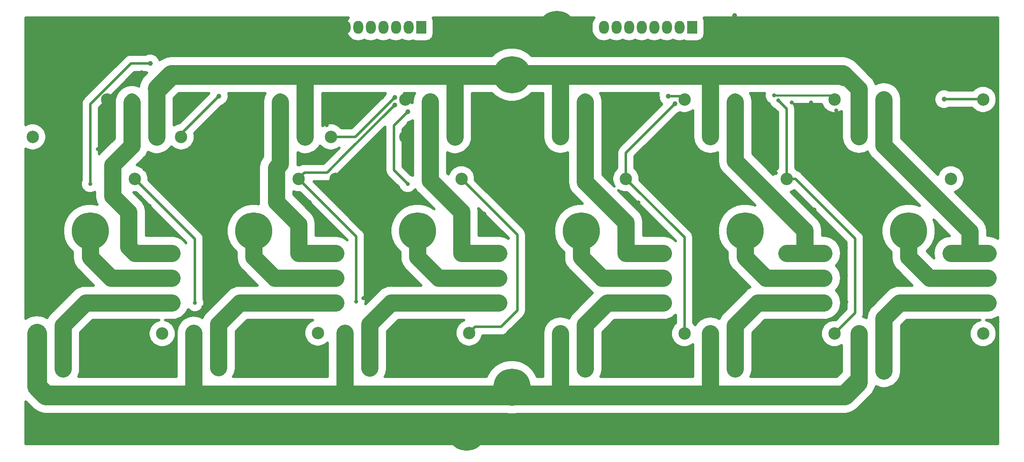
<source format=gtl>
G04 Layer: BottomSilkscreenLayer*
G04 EasyEDA Pro v2.1.32.5533625a, 2023-09-11 21:51:51*
G04 Gerber Generator version 0.3*
G04 Scale: 100 percent, Rotated: No, Reflected: No *
G04 Dimensions in millimeters  *
G04 leading zeros omitted , absolute positions ,3 integer and 6 decimal *
G04 #@! TF.GenerationSoftware,KiCad,Pcbnew,(5.1.10)-1*
G04 #@! TF.CreationDate,2023-09-11T23:26:28+08:00*
G04 #@! TF.ProjectId,AntennaSwitch_6x2_RelayBoard,416e7465-6e6e-4615-9377-697463685f36,rev?*
G04 #@! TF.SameCoordinates,Original*
G04 #@! TF.FileFunction,Copper,L1,Top*
G04 #@! TF.FilePolarity,Positive*
%FSLAX46Y46*%
G04 Gerber Fmt 4.6, Leading zero omitted, Abs format (unit mm)*
G04 Created by KiCad (PCBNEW (5.1.10)-1) date 2023-09-11 23:26:28*
%MOMM*%
%LPD*%
G01*
G04 APERTURE LIST*
G04 #@! TA.AperFunction,ComponentPad*
%ADD10C,2.500000*%
G04 #@! TD*
G04 #@! TA.AperFunction,ComponentPad*
%ADD11R,2.000000X2.600000*%
G04 #@! TD*
G04 #@! TA.AperFunction,ComponentPad*
%ADD12O,2.000000X2.600000*%
G04 #@! TD*
G04 #@! TA.AperFunction,ComponentPad*
%ADD13C,0.800000*%
G04 #@! TD*
G04 #@! TA.AperFunction,ComponentPad*
%ADD14C,7.500000*%
G04 #@! TD*
G04 #@! TA.AperFunction,ViaPad*
%ADD15C,0.800000*%
G04 #@! TD*
G04 #@! TA.AperFunction,ViaPad*
%ADD16C,1.000000*%
G04 #@! TD*
G04 #@! TA.AperFunction,Conductor*
%ADD17C,0.508000*%
G04 #@! TD*
G04 #@! TA.AperFunction,Conductor*
%ADD18C,0.381000*%
G04 #@! TD*
G04 #@! TA.AperFunction,Conductor*
%ADD19C,3.500000*%
G04 #@! TD*
G04 #@! TA.AperFunction,Conductor*
%ADD20C,4.000000*%
G04 #@! TD*
G04 #@! TA.AperFunction,Conductor*
%ADD21C,0.100000*%
G04 #@! TD*
G04 APERTURE END LIST*
D10*
X78420000Y-68554000D03*
X73420000Y-68554000D03*
X68420000Y-68554000D03*
X78420000Y-76054000D03*
X73420000Y-76054000D03*
X68420000Y-76054000D03*
X53420000Y-68554000D03*
X53420000Y-76054000D03*
X108340000Y-68554000D03*
X103340000Y-68554000D03*
X98340000Y-68554000D03*
X108340000Y-76054000D03*
X103340000Y-76054000D03*
X98340000Y-76054000D03*
X83340000Y-68554000D03*
X83340000Y-76054000D03*
X138520000Y-68554000D03*
X133520000Y-68554000D03*
X128520000Y-68554000D03*
X138520000Y-76054000D03*
X133520000Y-76054000D03*
X128520000Y-76054000D03*
X113520000Y-68554000D03*
X113520000Y-76054000D03*
X159811000Y-76000000D03*
X164811000Y-76000000D03*
X169811000Y-76000000D03*
X159811000Y-68500000D03*
X164811000Y-68500000D03*
X169811000Y-68500000D03*
X184811000Y-76000000D03*
X184811000Y-68500000D03*
X190037000Y-76000001D03*
X195037000Y-76000001D03*
X200037000Y-76000001D03*
X190037000Y-68500001D03*
X195037000Y-68500001D03*
X200037000Y-68500001D03*
X215037000Y-76000001D03*
X215037000Y-68500001D03*
X220009000Y-76000000D03*
X225009000Y-76000000D03*
X230009000Y-76000000D03*
X220009000Y-68500000D03*
X225009000Y-68500000D03*
X230009000Y-68500000D03*
X245009000Y-76000000D03*
X245009000Y-68500000D03*
X81500000Y-109500000D03*
X81500000Y-104500000D03*
X81500000Y-99500000D03*
X74000000Y-109500000D03*
X74000000Y-104500000D03*
X74000000Y-99500000D03*
X81500000Y-84500000D03*
X74000000Y-84500000D03*
X114500000Y-109500000D03*
X114500000Y-104500000D03*
X114500000Y-99500000D03*
X107000000Y-109500000D03*
X107000000Y-104500000D03*
X107000000Y-99500000D03*
X114500000Y-84500000D03*
X107000000Y-84500000D03*
X147353000Y-109500000D03*
X147353000Y-104500000D03*
X147353000Y-99500000D03*
X139853000Y-109500000D03*
X139853000Y-104500000D03*
X139853000Y-99500000D03*
X147353000Y-84500000D03*
X139853000Y-84500000D03*
X180500000Y-109500000D03*
X180500000Y-104500000D03*
X180500000Y-99500000D03*
X173000000Y-109500000D03*
X173000000Y-104500000D03*
X173000000Y-99500000D03*
X180500000Y-84500000D03*
X173000000Y-84500000D03*
X212885000Y-109500000D03*
X212885000Y-104500000D03*
X212885000Y-99500000D03*
X205385000Y-109500000D03*
X205385000Y-104500000D03*
X205385000Y-99500000D03*
X212885000Y-84500000D03*
X205385000Y-84500000D03*
X246000000Y-109500001D03*
X246000000Y-104500001D03*
X246000000Y-99500001D03*
X238500000Y-109500001D03*
X238500000Y-104500001D03*
X238500000Y-99500001D03*
X246000000Y-84500001D03*
X238500000Y-84500001D03*
X54528000Y-123213000D03*
X59528000Y-123213000D03*
X64528000Y-123213000D03*
X54528000Y-115713000D03*
X59528000Y-115713000D03*
X64528000Y-115713000D03*
X79528000Y-123213000D03*
X79528000Y-115713000D03*
X85897000Y-123086000D03*
X90897000Y-123086000D03*
X95897000Y-123086000D03*
X85897000Y-115586000D03*
X90897000Y-115586000D03*
X95897000Y-115586000D03*
X110897000Y-123086000D03*
X110897000Y-115586000D03*
X116377000Y-123086000D03*
X121377000Y-123086000D03*
X126377000Y-123086000D03*
X116377000Y-115586000D03*
X121377000Y-115586000D03*
X126377000Y-115586000D03*
X141377000Y-123086000D03*
X141377000Y-115586000D03*
X159811000Y-123213001D03*
X164811000Y-123213001D03*
X169811000Y-123213001D03*
X159811000Y-115713001D03*
X164811000Y-115713001D03*
X169811000Y-115713001D03*
X184811000Y-123213001D03*
X184811000Y-115713001D03*
X190037000Y-123213000D03*
X195037000Y-123213000D03*
X200037000Y-123213000D03*
X190037000Y-115713000D03*
X195037000Y-115713000D03*
X200037000Y-115713000D03*
X215037000Y-123213000D03*
X215037000Y-115713000D03*
X220009000Y-123213001D03*
X225009000Y-123213001D03*
X230009000Y-123213001D03*
X220009000Y-115713001D03*
X225009000Y-115713001D03*
X230009000Y-115713001D03*
X245009000Y-123213001D03*
X245009000Y-115713001D03*
D11*
X131725000Y-53983000D03*
D12*
X129185000Y-53983000D03*
X126645000Y-53983000D03*
X124105000Y-53983000D03*
X121565000Y-53983000D03*
X119025000Y-53983000D03*
X116485000Y-53983000D03*
X113945000Y-53983000D03*
D11*
X186335001Y-53983000D03*
D12*
X183795001Y-53983000D03*
X181255001Y-53983000D03*
X178715001Y-53983000D03*
X176175001Y-53983000D03*
X173635001Y-53983000D03*
X171095001Y-53983000D03*
X168555001Y-53983000D03*
D13*
X161501570Y-53005000D03*
X161501570Y-55755000D03*
X159120000Y-57130000D03*
X156738430Y-55755000D03*
X156738430Y-53005000D03*
X159120000Y-51630000D03*
D14*
X159120000Y-54380000D03*
X150000000Y-63500000D03*
D13*
X54505000Y-83498430D03*
X57255000Y-83498430D03*
X58630000Y-85880000D03*
X57255000Y-88261570D03*
X54505000Y-88261570D03*
X53130000Y-85880000D03*
D14*
X55880000Y-85880000D03*
X65000000Y-95000000D03*
D13*
X87505000Y-83498430D03*
X90255000Y-83498430D03*
X91630000Y-85880000D03*
X90255000Y-88261570D03*
X87505000Y-88261570D03*
X86130000Y-85880000D03*
D14*
X88880000Y-85880000D03*
X98000000Y-95000000D03*
D13*
X120505000Y-83498430D03*
X123255000Y-83498430D03*
X124630000Y-85880000D03*
X123255000Y-88261570D03*
X120505000Y-88261570D03*
X119130000Y-85880000D03*
D14*
X121880000Y-85880000D03*
X131000000Y-95000000D03*
D13*
X153505000Y-83498430D03*
X156255000Y-83498430D03*
X157630000Y-85880000D03*
X156255000Y-88261570D03*
X153505000Y-88261570D03*
X152130000Y-85880000D03*
D14*
X154880000Y-85880000D03*
X164000000Y-95000000D03*
D13*
X186505000Y-83498430D03*
X189255000Y-83498430D03*
X190630000Y-85880000D03*
X189255000Y-88261570D03*
X186505000Y-88261570D03*
X185130000Y-85880000D03*
D14*
X187880000Y-85880000D03*
X197000000Y-95000000D03*
D13*
X219505000Y-83498430D03*
X222255000Y-83498430D03*
X223630000Y-85880000D03*
X222255000Y-88261570D03*
X219505000Y-88261570D03*
X218130000Y-85880000D03*
D14*
X220880000Y-85880000D03*
X230000000Y-95000000D03*
D13*
X138498430Y-136995000D03*
X138498430Y-134245000D03*
X140880000Y-132870000D03*
X143261570Y-134245000D03*
X143261570Y-136995000D03*
X140880000Y-138370000D03*
D14*
X140880000Y-135620000D03*
X150000000Y-126500000D03*
D15*
X55345000Y-52697000D03*
X52145000Y-52697000D03*
X247676000Y-52824000D03*
D16*
X195034501Y-53856000D03*
X194907500Y-51570000D03*
D15*
X128940132Y-57802132D03*
X123542632Y-57865632D03*
X117020232Y-59054031D03*
X111668132Y-59072132D03*
X106352233Y-59054031D03*
X102007000Y-57919999D03*
X169825000Y-58936000D03*
X175068201Y-58936000D03*
X180493000Y-58936000D03*
X185736203Y-59190000D03*
X191170132Y-59053868D03*
X246660000Y-137295000D03*
X243460000Y-137295000D03*
X240260000Y-137295000D03*
X237060000Y-137295000D03*
X233860000Y-137295000D03*
X230660000Y-137295000D03*
X227460000Y-137295000D03*
X224260000Y-137295000D03*
X221060000Y-137295000D03*
X217860000Y-137295000D03*
X214660000Y-137295000D03*
X211460000Y-137295000D03*
X208260000Y-137295000D03*
X205060000Y-137295000D03*
X201860000Y-137295000D03*
X198660000Y-137295000D03*
X195460000Y-137295000D03*
X192260000Y-137295000D03*
X189060000Y-137295000D03*
X185860000Y-137295000D03*
X182660000Y-137295000D03*
X179460000Y-137295000D03*
X176260000Y-137295000D03*
X173060000Y-137295000D03*
X169860000Y-137295000D03*
X166660000Y-137295000D03*
X163460000Y-137295000D03*
X160260000Y-137295000D03*
X157060000Y-137295000D03*
X153860000Y-137295000D03*
X150660000Y-137295000D03*
X147460000Y-137295000D03*
X134660000Y-137295000D03*
X131460000Y-137295000D03*
X128260000Y-137295000D03*
X125060000Y-137295000D03*
X121860000Y-137295000D03*
X118660000Y-137295000D03*
X115460000Y-137295000D03*
X112260000Y-137295000D03*
X109060000Y-137295000D03*
X105860000Y-137295000D03*
X102660000Y-137295000D03*
X99460000Y-137295000D03*
X96260000Y-137295000D03*
X93060000Y-137295000D03*
X89860000Y-137295000D03*
X86660000Y-137295000D03*
X83460000Y-137295000D03*
X80260000Y-137295000D03*
X77060000Y-137295000D03*
X73860000Y-137295000D03*
X70660000Y-137295000D03*
X67460000Y-137295000D03*
X64260000Y-137295000D03*
X61060000Y-137295000D03*
X57860000Y-137295000D03*
X244476000Y-52824000D03*
X241276000Y-52824000D03*
X238076000Y-52824000D03*
X234876000Y-52824000D03*
X231676000Y-52824000D03*
X228476000Y-52824000D03*
X225276000Y-52824000D03*
X222076000Y-52824000D03*
X218876000Y-52824000D03*
X215676000Y-52824000D03*
X212476000Y-52824000D03*
X209276000Y-52824000D03*
X206076000Y-52824000D03*
X202876000Y-52824000D03*
X199676000Y-52824000D03*
X164476000Y-52824000D03*
X135676000Y-52824000D03*
X110076000Y-52824000D03*
X106876000Y-52824000D03*
X103676000Y-52824000D03*
X100476000Y-52824000D03*
X97276000Y-52824000D03*
X94076000Y-52824000D03*
X90876000Y-52824000D03*
X87676000Y-52824000D03*
X84476000Y-52824000D03*
X81276000Y-52824000D03*
X78076000Y-52824000D03*
X74876000Y-52824000D03*
X71676000Y-52824000D03*
X68476000Y-52824000D03*
X65276000Y-52824000D03*
X62076000Y-52824000D03*
X58876000Y-52824000D03*
X179477000Y-68080000D03*
X175794000Y-68080000D03*
X172111000Y-68080000D03*
X206401000Y-69096000D03*
X210338000Y-69096000D03*
X215418000Y-72271000D03*
X219736000Y-80653000D03*
X229515000Y-72271000D03*
X232055000Y-78367000D03*
X235357000Y-81796000D03*
X226721000Y-86495000D03*
X228626000Y-88527000D03*
X223038000Y-62365000D03*
X220371001Y-60206000D03*
X215037000Y-59444001D03*
X205131000Y-59444000D03*
X154458000Y-68080000D03*
X145060000Y-68080000D03*
X145060000Y-58809000D03*
X154839000Y-58809000D03*
X141250000Y-59317000D03*
X134773000Y-59317000D03*
X123851000Y-68080000D03*
X119406000Y-68080000D03*
X116104000Y-68080000D03*
X95022000Y-68080000D03*
X87021000Y-68080000D03*
X99213000Y-59063000D03*
X92101000Y-58936000D03*
X84608000Y-58936000D03*
X75337000Y-63000000D03*
X82830000Y-72017000D03*
X80798000Y-79891000D03*
X76734000Y-80145000D03*
X78639000Y-80653000D03*
X79147000Y-58809000D03*
X226848000Y-105164000D03*
X221387000Y-110498000D03*
X231928000Y-113546000D03*
X242215000Y-113546000D03*
X234849000Y-113546000D03*
X225451000Y-99830000D03*
X234341000Y-98687000D03*
X236373000Y-95766000D03*
X247041000Y-95131000D03*
X221768000Y-81034000D03*
X238405000Y-113419000D03*
X247930000Y-113292000D03*
X229642000Y-119134000D03*
X228499000Y-126627000D03*
X225197000Y-127643000D03*
X222657000Y-128786000D03*
X219101000Y-132342000D03*
X209830000Y-132850000D03*
X198654001Y-132850000D03*
X187732000Y-132850000D03*
X177953000Y-132850000D03*
X172364999Y-132850000D03*
X131979000Y-132977001D03*
X123851000Y-132977001D03*
X111659000Y-132977000D03*
X97943000Y-132977000D03*
X86513000Y-132977001D03*
X70765000Y-132977000D03*
X58446000Y-133104000D03*
X53239000Y-131453000D03*
X54255000Y-111387000D03*
X64669000Y-118499000D03*
X64669000Y-120531000D03*
X57938000Y-108593000D03*
X60859000Y-105545000D03*
X63145000Y-105291000D03*
X76480000Y-113800000D03*
X71908000Y-113800000D03*
X67209000Y-113800000D03*
X61621000Y-102878001D03*
X65500000Y-88000000D03*
X75083000Y-88146000D03*
X78385000Y-92718000D03*
X79909000Y-94750000D03*
X75972000Y-82558000D03*
X170079000Y-118626000D03*
X170079000Y-120404000D03*
X155601000Y-120277000D03*
X155474000Y-117229000D03*
X181890000Y-123960000D03*
X173381000Y-123960000D03*
X211100000Y-123452000D03*
X203479999Y-123452000D03*
X136424000Y-123198000D03*
X129947000Y-123197999D03*
X107722000Y-123452000D03*
X103277001Y-123452000D03*
X98959001Y-123452000D03*
X75844999Y-123706000D03*
X68098000Y-123579000D03*
X194463000Y-86876000D03*
X195606000Y-105672000D03*
X193193000Y-103386000D03*
X192177000Y-99830000D03*
X192685000Y-109228000D03*
X201956000Y-113546000D03*
X209322000Y-113673000D03*
X203226000Y-83320000D03*
X200686000Y-80779999D03*
X199289000Y-78494000D03*
X199416000Y-73413999D03*
X199416000Y-71128000D03*
X215418000Y-70747000D03*
X216688000Y-79510000D03*
X227356000Y-64651000D03*
X224562000Y-64016000D03*
X181001000Y-95131000D03*
X177953000Y-95004000D03*
X177699000Y-92591000D03*
X175540000Y-89289000D03*
X169317000Y-81669000D03*
X169317000Y-79256000D03*
X169189999Y-73541000D03*
X169190000Y-71001000D03*
X155474000Y-69985000D03*
X155474000Y-74684000D03*
X155855000Y-79129000D03*
X160427000Y-80526000D03*
X160427000Y-84463000D03*
X160681000Y-87257000D03*
X159411000Y-99449000D03*
X160173000Y-103513000D03*
X163348000Y-106561000D03*
X162332000Y-109228001D03*
X160808000Y-111387000D03*
X156236000Y-112530000D03*
X176175000Y-114181000D03*
X181763000Y-114308000D03*
X172619000Y-114181000D03*
X137948000Y-80399000D03*
X144424999Y-95385000D03*
X144425000Y-91575001D03*
X130500000Y-87250000D03*
X129312000Y-80780000D03*
X129185000Y-73287000D03*
X142647000Y-68080000D03*
X142520000Y-71382000D03*
X142647001Y-75700000D03*
X141504000Y-79256000D03*
X98832000Y-71001000D03*
X98832000Y-73414000D03*
X98959000Y-78750000D03*
X97943000Y-82177001D03*
X97816000Y-86368001D03*
X114707001Y-95258000D03*
X111659000Y-95258000D03*
X111659000Y-92337000D03*
X109246000Y-89161999D03*
X107849000Y-80526000D03*
X112675000Y-71128000D03*
X112675000Y-73668000D03*
X68606000Y-71381999D03*
X68606000Y-73413999D03*
X66574000Y-78494000D03*
X76988000Y-89924000D03*
X137313000Y-113800000D03*
X134519000Y-113800000D03*
X129693000Y-113927000D03*
X103658000Y-113800000D03*
X99086000Y-113927000D03*
X95276000Y-118372000D03*
X95276000Y-120531000D03*
X80798000Y-120912000D03*
X80798000Y-118499000D03*
X87783000Y-110371000D03*
X90323000Y-107958000D03*
X93498000Y-105164000D03*
X95911000Y-104910000D03*
X93752000Y-101989001D03*
X93497999Y-99449000D03*
X126518000Y-99322000D03*
X126772000Y-102116000D03*
X128931000Y-104910000D03*
X125756000Y-105037001D03*
X121437999Y-106815000D03*
X120041000Y-108593000D03*
X60224000Y-98687000D03*
X185573000Y-73668000D03*
X185573000Y-71509000D03*
X185954000Y-79129000D03*
X189129000Y-80399000D03*
X213513000Y-93988000D03*
X210973000Y-90686000D03*
X208052001Y-88146000D03*
X217450000Y-109355000D03*
X217323000Y-104021001D03*
X217323000Y-98433000D03*
X165634000Y-57920000D03*
D16*
X237135000Y-68461000D03*
D15*
X203734002Y-68715000D03*
X202845000Y-67699000D03*
D16*
X182906000Y-69349999D03*
X181509000Y-67826000D03*
X126391000Y-68080000D03*
X90958000Y-67826000D03*
X129058000Y-71001000D03*
D15*
X129000000Y-85500000D03*
X118644000Y-109228001D03*
D16*
X126391000Y-69604000D03*
D15*
X86132000Y-109482000D03*
D16*
X77115000Y-61222000D03*
D15*
X65000000Y-85500000D03*
D17*
X244970000Y-68461000D02*
X245009000Y-68500000D01*
X237135000Y-68461000D02*
X244970000Y-68461000D01*
X205385000Y-70365998D02*
X204134001Y-69114999D01*
X204134001Y-69114999D02*
X203734002Y-68715000D01*
X205385000Y-84500000D02*
X205385000Y-70365998D01*
X215037000Y-115713000D02*
X219236000Y-111514000D01*
X219236000Y-111514000D02*
X219236000Y-98179000D01*
X219236000Y-96583234D02*
X219236000Y-97798000D01*
X207152766Y-84500000D02*
X219236000Y-96583234D01*
X205385000Y-84500000D02*
X207152766Y-84500000D01*
X219236000Y-98179000D02*
X219236000Y-97798000D01*
D18*
X214236000Y-67699001D02*
X215037000Y-68500001D01*
X202845000Y-67699000D02*
X214236000Y-67699001D01*
D17*
X184811000Y-96311000D02*
X173000000Y-84500000D01*
X184811000Y-115713001D02*
X184811000Y-96311000D01*
X182406001Y-69849999D02*
X182906000Y-69349999D01*
X173000000Y-79256000D02*
X182406001Y-69849999D01*
X173000000Y-84500000D02*
X173000000Y-79256000D01*
X184137000Y-67826000D02*
X184811000Y-68500000D01*
X181509000Y-67826000D02*
X184137000Y-67826000D01*
X118417000Y-76054000D02*
X113520000Y-76054000D01*
X126391000Y-68080000D02*
X118417000Y-76054000D01*
X83340000Y-75444000D02*
X83340000Y-76054000D01*
X90958000Y-67826000D02*
X83340000Y-75444000D01*
D19*
X116376999Y-115586000D02*
X116377000Y-127696990D01*
D20*
X97689000Y-128151000D02*
X86186010Y-128151000D01*
D19*
X85897000Y-127861990D02*
X86186010Y-128151000D01*
X85897000Y-115586000D02*
X85897000Y-127861990D01*
D20*
X115922990Y-128151000D02*
X105182000Y-128151000D01*
X99848000Y-128151000D02*
X97689000Y-128151000D01*
X105182000Y-128151000D02*
X99848000Y-128151000D01*
X105182000Y-128151000D02*
X126518000Y-128151000D01*
X126518000Y-128151000D02*
X152172000Y-128151000D01*
D19*
X159811000Y-128005000D02*
X159665000Y-128151000D01*
X159811000Y-115713000D02*
X159811000Y-128005000D01*
D20*
X190018000Y-128151000D02*
X159665000Y-128151000D01*
X159665000Y-128151000D02*
X126518000Y-128151000D01*
D19*
X190037000Y-128132000D02*
X190018000Y-128151000D01*
X190037000Y-115713001D02*
X190037000Y-128132000D01*
X220009000Y-115713000D02*
X220009000Y-123213000D01*
X220009000Y-123213000D02*
X220009000Y-124980766D01*
D20*
X217069000Y-128151000D02*
X190018000Y-128151000D01*
X219736000Y-125484000D02*
X217069000Y-128151000D01*
X54277989Y-126337990D02*
X54277990Y-115713000D01*
X56091000Y-128151000D02*
X54277989Y-126337990D01*
X99848000Y-128151000D02*
X56091000Y-128151000D01*
X190037000Y-63895999D02*
X189891000Y-63749999D01*
D19*
X78420000Y-76054000D02*
X78420000Y-68554000D01*
X78420000Y-66443998D02*
X78420000Y-76054000D01*
X108340000Y-76054000D02*
X108340000Y-63749999D01*
X138520000Y-63813999D02*
X138456000Y-63749999D01*
X138520000Y-76054000D02*
X138520000Y-63813999D01*
X159811000Y-63895999D02*
X159665000Y-63749999D01*
X159810999Y-76000000D02*
X159811000Y-63895999D01*
X190037000Y-76000000D02*
X190037000Y-63895999D01*
D20*
X81363998Y-63500000D02*
X78577317Y-66286681D01*
X150000000Y-63500000D02*
X81363998Y-63500000D01*
D19*
X217067002Y-63500000D02*
X220008999Y-66441998D01*
D20*
X216680000Y-63500000D02*
X216942000Y-63762000D01*
X150000000Y-63500000D02*
X216680000Y-63500000D01*
D19*
X220008999Y-66441998D02*
X220008999Y-76000000D01*
D17*
X141102999Y-85749998D02*
X139853000Y-84500000D01*
X151107010Y-95754009D02*
X141102999Y-85749998D01*
X151107010Y-111054962D02*
X151107010Y-95754009D01*
X147825970Y-114336001D02*
X151107010Y-111054962D01*
X142626999Y-114336001D02*
X147825970Y-114336001D01*
X141377000Y-115586000D02*
X142626999Y-114336001D01*
X126264000Y-73795000D02*
X126264000Y-82764000D01*
X129058000Y-71001000D02*
X126264000Y-73795000D01*
X126264000Y-82764000D02*
X129000000Y-85500000D01*
X118644001Y-96144000D02*
X107000000Y-84500000D01*
X118644000Y-109228001D02*
X118644001Y-96144000D01*
X112744999Y-83250001D02*
X116104000Y-79891000D01*
X108249999Y-83250001D02*
X112744999Y-83250001D01*
X107000000Y-84500000D02*
X108249999Y-83250001D01*
X126391000Y-69604000D02*
X116104000Y-79891000D01*
X86132000Y-96632000D02*
X74000000Y-84500000D01*
X86132000Y-109482000D02*
X86132000Y-96632000D01*
X65000000Y-69447342D02*
X65000000Y-85500000D01*
X73225341Y-61222000D02*
X65000000Y-69447342D01*
X77115000Y-61222000D02*
X73225341Y-61222000D01*
D19*
X230000000Y-100303300D02*
X230000000Y-95000000D01*
X234196700Y-104500000D02*
X230000000Y-100303300D01*
X246000000Y-104500000D02*
X234196700Y-104500000D01*
X197000000Y-100303300D02*
X197000000Y-95000000D01*
X201196700Y-104500000D02*
X197000000Y-100303300D01*
X212885000Y-104500000D02*
X201196700Y-104500000D01*
X164000000Y-100303300D02*
X164000000Y-95000000D01*
X168196700Y-104500000D02*
X164000000Y-100303300D01*
X180500000Y-104500000D02*
X168196700Y-104500000D01*
X131000000Y-100303300D02*
X131000000Y-95000000D01*
X135196700Y-104500000D02*
X131000000Y-100303300D01*
X147353000Y-104500000D02*
X135196700Y-104500000D01*
X98000000Y-100303300D02*
X98000000Y-95000000D01*
X102196700Y-104500000D02*
X98000000Y-100303300D01*
X114500000Y-104500000D02*
X102196700Y-104500000D01*
X65000000Y-100303300D02*
X65000000Y-95000000D01*
X69196700Y-104500000D02*
X65000000Y-100303300D01*
X81500000Y-104500000D02*
X69196700Y-104500000D01*
X225009000Y-121445234D02*
X225009000Y-123213000D01*
X225009000Y-112659002D02*
X225009000Y-121445234D01*
X228168002Y-109500000D02*
X225009000Y-112659002D01*
X246000000Y-109500000D02*
X228168002Y-109500000D01*
X195037000Y-114052998D02*
X195037000Y-122751000D01*
X212885000Y-109500000D02*
X199589998Y-109500000D01*
X199589998Y-109500000D02*
X195037000Y-114052998D01*
X164811000Y-113945234D02*
X164811000Y-122751000D01*
X180500000Y-109500000D02*
X169256234Y-109500000D01*
X169256234Y-109500000D02*
X164811000Y-113945234D01*
X121377000Y-113818234D02*
X121377000Y-122624000D01*
X147353000Y-109500000D02*
X125695234Y-109500000D01*
X125695234Y-109500000D02*
X121377000Y-113818234D01*
X90897000Y-113818234D02*
X90897000Y-122497000D01*
X114500000Y-109500000D02*
X95215234Y-109500000D01*
X95215234Y-109500000D02*
X90897000Y-113818234D01*
X59528000Y-114052998D02*
X59528000Y-121445234D01*
X64080998Y-109500000D02*
X59528000Y-114052998D01*
X81500000Y-109500000D02*
X64080998Y-109500000D01*
X59528000Y-115713001D02*
X59528000Y-122751000D01*
X225009000Y-68500000D02*
X225009000Y-76000000D01*
X242342000Y-95100766D02*
X242342000Y-99499999D01*
X225009000Y-77767766D02*
X242342000Y-95100766D01*
X225009000Y-76000000D02*
X225009000Y-77767766D01*
X246000000Y-99500000D02*
X242342000Y-99499999D01*
X242342000Y-99499999D02*
X238500000Y-99499999D01*
X212885000Y-99500000D02*
X209068000Y-99499999D01*
X209068000Y-99499999D02*
X205385000Y-99500000D01*
X209068000Y-94945001D02*
X209068000Y-99499999D01*
X195037000Y-80914002D02*
X209068000Y-94945001D01*
X195037000Y-69035000D02*
X195037000Y-80914002D01*
X180500000Y-99500000D02*
X173000000Y-99500000D01*
X173000000Y-97732234D02*
X173000000Y-99500000D01*
X173000000Y-93294002D02*
X173000000Y-97732234D01*
X164811000Y-85105002D02*
X173000000Y-93294002D01*
X164811000Y-76000000D02*
X164811000Y-85105002D01*
X164811000Y-69035000D02*
X164811000Y-76000000D01*
X147353000Y-99499999D02*
X139853000Y-99500000D01*
X133520000Y-70321766D02*
X133503000Y-68969000D01*
X133520000Y-84827002D02*
X133520000Y-70321766D01*
X139853000Y-99500000D02*
X139853000Y-91160002D01*
X139853000Y-91160002D02*
X133520000Y-84827002D01*
X114500000Y-99499999D02*
X107000000Y-99500000D01*
X107000000Y-97732234D02*
X107000000Y-99500000D01*
X103340000Y-69033000D02*
X103340000Y-81499998D01*
X103340000Y-81499998D02*
X102499999Y-82339999D01*
X102499999Y-82339999D02*
X102499999Y-89139997D01*
X102499999Y-89139997D02*
X107000000Y-93639998D01*
X107000000Y-93639998D02*
X107000000Y-97732234D01*
X81500000Y-99500000D02*
X74000000Y-99500000D01*
X73420000Y-77821767D02*
X73420000Y-76054000D01*
X69499999Y-81741767D02*
X73420000Y-77821767D01*
X69499999Y-87965001D02*
X69499999Y-81741767D01*
X72750001Y-91215003D02*
X69499999Y-87965001D01*
X72750001Y-98250001D02*
X72750001Y-91215003D01*
X74000000Y-99500000D02*
X72750001Y-98250001D01*
X73420000Y-69084000D02*
X73420000Y-76054000D01*
D17*
X247976000Y-137976000D02*
X52024001Y-137976000D01*
X52024001Y-129392959D01*
X53306110Y-130675067D01*
X53423677Y-130818323D01*
X53995298Y-131287440D01*
X54647455Y-131636025D01*
X55355087Y-131850683D01*
X55906578Y-131905000D01*
X55906579Y-131905000D01*
X56091001Y-131923164D01*
X56275421Y-131905000D01*
X148960195Y-131905000D01*
X149457903Y-132004000D01*
X150542097Y-132004000D01*
X151039805Y-131905000D01*
X216884578Y-131905000D01*
X217069000Y-131923164D01*
X217253422Y-131905000D01*
X217804913Y-131850683D01*
X218512545Y-131636025D01*
X219164702Y-131287440D01*
X219736323Y-130818323D01*
X219853894Y-130675062D01*
X222520885Y-128008073D01*
X222872440Y-127579702D01*
X223221025Y-126927545D01*
X223402983Y-126327709D01*
X223661590Y-126465937D01*
X224322097Y-126666300D01*
X225009000Y-126733954D01*
X225695904Y-126666300D01*
X226356411Y-126465937D01*
X226965137Y-126140566D01*
X227498690Y-125702690D01*
X227936566Y-125169137D01*
X228261937Y-124560411D01*
X228462300Y-123899904D01*
X228513000Y-123385136D01*
X228513000Y-114110406D01*
X229619406Y-113004000D01*
X244409012Y-113004000D01*
X244199854Y-113045604D01*
X243695018Y-113254714D01*
X243240678Y-113558295D01*
X242854294Y-113944679D01*
X242550713Y-114399019D01*
X242341603Y-114903855D01*
X242235000Y-115439786D01*
X242235000Y-115986216D01*
X242341603Y-116522147D01*
X242550713Y-117026983D01*
X242854294Y-117481323D01*
X243240678Y-117867707D01*
X243695018Y-118171288D01*
X244199854Y-118380398D01*
X244735785Y-118487001D01*
X245282215Y-118487001D01*
X245818146Y-118380398D01*
X246322982Y-118171288D01*
X246777322Y-117867707D01*
X247163706Y-117481323D01*
X247467287Y-117026983D01*
X247676397Y-116522147D01*
X247783000Y-115986216D01*
X247783000Y-115439786D01*
X247676397Y-114903855D01*
X247467287Y-114399019D01*
X247163706Y-113944679D01*
X246777322Y-113558295D01*
X246322982Y-113254714D01*
X245818146Y-113045604D01*
X245608988Y-113004000D01*
X246172137Y-113004000D01*
X246686904Y-112953300D01*
X247347411Y-112752937D01*
X247956137Y-112427566D01*
X247976000Y-112411265D01*
X247976000Y-137976000D01*
G04 #@! TA.AperFunction,Conductor*
D21*
G36*
X247976000Y-137976000D02*
G01*
X52024001Y-137976000D01*
X52024001Y-129392959D01*
X53306110Y-130675067D01*
X53423677Y-130818323D01*
X53995298Y-131287440D01*
X54647455Y-131636025D01*
X55355087Y-131850683D01*
X55906578Y-131905000D01*
X55906579Y-131905000D01*
X56091001Y-131923164D01*
X56275421Y-131905000D01*
X148960195Y-131905000D01*
X149457903Y-132004000D01*
X150542097Y-132004000D01*
X151039805Y-131905000D01*
X216884578Y-131905000D01*
X217069000Y-131923164D01*
X217253422Y-131905000D01*
X217804913Y-131850683D01*
X218512545Y-131636025D01*
X219164702Y-131287440D01*
X219736323Y-130818323D01*
X219853894Y-130675062D01*
X222520885Y-128008073D01*
X222872440Y-127579702D01*
X223221025Y-126927545D01*
X223402983Y-126327709D01*
X223661590Y-126465937D01*
X224322097Y-126666300D01*
X225009000Y-126733954D01*
X225695904Y-126666300D01*
X226356411Y-126465937D01*
X226965137Y-126140566D01*
X227498690Y-125702690D01*
X227936566Y-125169137D01*
X228261937Y-124560411D01*
X228462300Y-123899904D01*
X228513000Y-123385136D01*
X228513000Y-114110406D01*
X229619406Y-113004000D01*
X244409012Y-113004000D01*
X244199854Y-113045604D01*
X243695018Y-113254714D01*
X243240678Y-113558295D01*
X242854294Y-113944679D01*
X242550713Y-114399019D01*
X242341603Y-114903855D01*
X242235000Y-115439786D01*
X242235000Y-115986216D01*
X242341603Y-116522147D01*
X242550713Y-117026983D01*
X242854294Y-117481323D01*
X243240678Y-117867707D01*
X243695018Y-118171288D01*
X244199854Y-118380398D01*
X244735785Y-118487001D01*
X245282215Y-118487001D01*
X245818146Y-118380398D01*
X246322982Y-118171288D01*
X246777322Y-117867707D01*
X247163706Y-117481323D01*
X247467287Y-117026983D01*
X247676397Y-116522147D01*
X247783000Y-115986216D01*
X247783000Y-115439786D01*
X247676397Y-114903855D01*
X247467287Y-114399019D01*
X247163706Y-113944679D01*
X246777322Y-113558295D01*
X246322982Y-113254714D01*
X245818146Y-113045604D01*
X245608988Y-113004000D01*
X246172137Y-113004000D01*
X246686904Y-112953300D01*
X247347411Y-112752937D01*
X247956137Y-112427566D01*
X247976000Y-112411265D01*
X247976000Y-137976000D01*
G37*
G04 #@! TD.AperFunction*
D17*
X146491404Y-67775236D02*
X147392878Y-68377582D01*
X148394542Y-68792485D01*
X149457903Y-69004000D01*
X150542097Y-69004000D01*
X151605458Y-68792485D01*
X152607122Y-68377582D01*
X153508596Y-67775236D01*
X154029832Y-67254000D01*
X156307000Y-67254000D01*
X156306999Y-76172136D01*
X156357699Y-76686903D01*
X156558062Y-77347410D01*
X156883433Y-77956136D01*
X157321309Y-78489689D01*
X157854862Y-78927565D01*
X158463588Y-79252936D01*
X159124095Y-79453299D01*
X159810999Y-79520953D01*
X160497902Y-79453300D01*
X161158409Y-79252937D01*
X161307000Y-79173513D01*
X161307001Y-84932865D01*
X161290047Y-85105002D01*
X161357701Y-85791906D01*
X161558063Y-86452412D01*
X161883434Y-87061139D01*
X162211579Y-87460984D01*
X162211582Y-87460987D01*
X162321311Y-87594692D01*
X162455016Y-87704421D01*
X164246595Y-89496000D01*
X163457903Y-89496000D01*
X162394542Y-89707515D01*
X161392878Y-90122418D01*
X160491404Y-90724764D01*
X159724764Y-91491404D01*
X159122418Y-92392878D01*
X158707515Y-93394542D01*
X158496000Y-94457903D01*
X158496000Y-95542097D01*
X158707515Y-96605458D01*
X159122418Y-97607122D01*
X159724764Y-98508596D01*
X160491404Y-99275236D01*
X160496000Y-99278307D01*
X160496000Y-100131172D01*
X160479047Y-100303300D01*
X160496000Y-100475427D01*
X160496000Y-100475436D01*
X160546700Y-100990203D01*
X160747063Y-101650710D01*
X161072434Y-102259437D01*
X161273142Y-102504000D01*
X161510310Y-102792990D01*
X161644020Y-102902723D01*
X165597281Y-106855985D01*
X165707010Y-106989690D01*
X165840715Y-107099419D01*
X165840717Y-107099421D01*
X166240562Y-107427566D01*
X166327040Y-107473789D01*
X162455020Y-111345811D01*
X162321310Y-111455544D01*
X162211579Y-111589252D01*
X161883434Y-111989097D01*
X161649068Y-112427566D01*
X161558063Y-112597824D01*
X161538262Y-112663098D01*
X161158410Y-112460063D01*
X160497903Y-112259700D01*
X159811000Y-112192046D01*
X159124096Y-112259700D01*
X158463589Y-112460063D01*
X157854863Y-112785434D01*
X157321310Y-113223310D01*
X156883434Y-113756864D01*
X156558063Y-114365590D01*
X156357700Y-115026097D01*
X156307000Y-115540864D01*
X156307001Y-124397000D01*
X155086396Y-124397000D01*
X154877582Y-123892878D01*
X154275236Y-122991404D01*
X153508596Y-122224764D01*
X152607122Y-121622418D01*
X151605458Y-121207515D01*
X150542097Y-120996000D01*
X149457903Y-120996000D01*
X148394542Y-121207515D01*
X147392878Y-121622418D01*
X146491404Y-122224764D01*
X145724764Y-122991404D01*
X145122418Y-123892878D01*
X144913604Y-124397000D01*
X124402455Y-124397000D01*
X124629937Y-123971411D01*
X124830300Y-123310904D01*
X124881000Y-122796137D01*
X124881000Y-115269637D01*
X127146638Y-113004000D01*
X140361687Y-113004000D01*
X140063018Y-113127713D01*
X139608678Y-113431294D01*
X139222294Y-113817678D01*
X138918713Y-114272018D01*
X138709603Y-114776854D01*
X138603000Y-115312785D01*
X138603000Y-115859215D01*
X138709603Y-116395146D01*
X138918713Y-116899982D01*
X139222294Y-117354322D01*
X139608678Y-117740706D01*
X140063018Y-118044287D01*
X140567854Y-118253397D01*
X141103785Y-118360000D01*
X141650215Y-118360000D01*
X142186146Y-118253397D01*
X142690982Y-118044287D01*
X143145322Y-117740706D01*
X143531706Y-117354322D01*
X143835287Y-116899982D01*
X144044397Y-116395146D01*
X144100320Y-116114001D01*
X147738643Y-116114001D01*
X147825970Y-116122602D01*
X147913297Y-116114001D01*
X147913308Y-116114001D01*
X148174519Y-116088274D01*
X148509673Y-115986606D01*
X148818553Y-115821506D01*
X149089288Y-115599319D01*
X149144963Y-115531480D01*
X152302494Y-112373950D01*
X152370328Y-112318280D01*
X152425998Y-112250446D01*
X152426003Y-112250441D01*
X152592515Y-112047545D01*
X152757615Y-111738665D01*
X152859283Y-111403511D01*
X152866320Y-111332061D01*
X152885010Y-111142300D01*
X152885010Y-111142292D01*
X152893611Y-111054962D01*
X152885010Y-110967632D01*
X152885010Y-95841336D01*
X152893611Y-95754008D01*
X152885010Y-95666681D01*
X152885010Y-95666671D01*
X152859283Y-95405460D01*
X152757615Y-95070306D01*
X152592515Y-94761426D01*
X152509601Y-94660395D01*
X152426003Y-94558530D01*
X152425998Y-94558525D01*
X152370328Y-94490691D01*
X152302494Y-94435021D01*
X142627000Y-84759528D01*
X142627000Y-84226785D01*
X142520397Y-83690854D01*
X142311287Y-83186018D01*
X142007706Y-82731678D01*
X141621322Y-82345294D01*
X141166982Y-82041713D01*
X140662146Y-81832603D01*
X140126215Y-81726000D01*
X139579785Y-81726000D01*
X139043854Y-81832603D01*
X138539018Y-82041713D01*
X138084678Y-82345294D01*
X137698294Y-82731678D01*
X137394713Y-83186018D01*
X137230607Y-83582205D01*
X137024000Y-83375599D01*
X137024000Y-79227514D01*
X137172589Y-79306937D01*
X137833096Y-79507300D01*
X138520000Y-79574954D01*
X139206903Y-79507300D01*
X139867410Y-79306937D01*
X140476136Y-78981566D01*
X141009690Y-78543690D01*
X141447566Y-78010137D01*
X141772937Y-77401411D01*
X141973300Y-76740904D01*
X142024000Y-76226137D01*
X142024000Y-67254000D01*
X145970168Y-67254000D01*
X146491404Y-67775236D01*
G04 #@! TA.AperFunction,Conductor*
D21*
G36*
X146491404Y-67775236D02*
G01*
X147392878Y-68377582D01*
X148394542Y-68792485D01*
X149457903Y-69004000D01*
X150542097Y-69004000D01*
X151605458Y-68792485D01*
X152607122Y-68377582D01*
X153508596Y-67775236D01*
X154029832Y-67254000D01*
X156307000Y-67254000D01*
X156306999Y-76172136D01*
X156357699Y-76686903D01*
X156558062Y-77347410D01*
X156883433Y-77956136D01*
X157321309Y-78489689D01*
X157854862Y-78927565D01*
X158463588Y-79252936D01*
X159124095Y-79453299D01*
X159810999Y-79520953D01*
X160497902Y-79453300D01*
X161158409Y-79252937D01*
X161307000Y-79173513D01*
X161307001Y-84932865D01*
X161290047Y-85105002D01*
X161357701Y-85791906D01*
X161558063Y-86452412D01*
X161883434Y-87061139D01*
X162211579Y-87460984D01*
X162211582Y-87460987D01*
X162321311Y-87594692D01*
X162455016Y-87704421D01*
X164246595Y-89496000D01*
X163457903Y-89496000D01*
X162394542Y-89707515D01*
X161392878Y-90122418D01*
X160491404Y-90724764D01*
X159724764Y-91491404D01*
X159122418Y-92392878D01*
X158707515Y-93394542D01*
X158496000Y-94457903D01*
X158496000Y-95542097D01*
X158707515Y-96605458D01*
X159122418Y-97607122D01*
X159724764Y-98508596D01*
X160491404Y-99275236D01*
X160496000Y-99278307D01*
X160496000Y-100131172D01*
X160479047Y-100303300D01*
X160496000Y-100475427D01*
X160496000Y-100475436D01*
X160546700Y-100990203D01*
X160747063Y-101650710D01*
X161072434Y-102259437D01*
X161273142Y-102504000D01*
X161510310Y-102792990D01*
X161644020Y-102902723D01*
X165597281Y-106855985D01*
X165707010Y-106989690D01*
X165840715Y-107099419D01*
X165840717Y-107099421D01*
X166240562Y-107427566D01*
X166327040Y-107473789D01*
X162455020Y-111345811D01*
X162321310Y-111455544D01*
X162211579Y-111589252D01*
X161883434Y-111989097D01*
X161649068Y-112427566D01*
X161558063Y-112597824D01*
X161538262Y-112663098D01*
X161158410Y-112460063D01*
X160497903Y-112259700D01*
X159811000Y-112192046D01*
X159124096Y-112259700D01*
X158463589Y-112460063D01*
X157854863Y-112785434D01*
X157321310Y-113223310D01*
X156883434Y-113756864D01*
X156558063Y-114365590D01*
X156357700Y-115026097D01*
X156307000Y-115540864D01*
X156307001Y-124397000D01*
X155086396Y-124397000D01*
X154877582Y-123892878D01*
X154275236Y-122991404D01*
X153508596Y-122224764D01*
X152607122Y-121622418D01*
X151605458Y-121207515D01*
X150542097Y-120996000D01*
X149457903Y-120996000D01*
X148394542Y-121207515D01*
X147392878Y-121622418D01*
X146491404Y-122224764D01*
X145724764Y-122991404D01*
X145122418Y-123892878D01*
X144913604Y-124397000D01*
X124402455Y-124397000D01*
X124629937Y-123971411D01*
X124830300Y-123310904D01*
X124881000Y-122796137D01*
X124881000Y-115269637D01*
X127146638Y-113004000D01*
X140361687Y-113004000D01*
X140063018Y-113127713D01*
X139608678Y-113431294D01*
X139222294Y-113817678D01*
X138918713Y-114272018D01*
X138709603Y-114776854D01*
X138603000Y-115312785D01*
X138603000Y-115859215D01*
X138709603Y-116395146D01*
X138918713Y-116899982D01*
X139222294Y-117354322D01*
X139608678Y-117740706D01*
X140063018Y-118044287D01*
X140567854Y-118253397D01*
X141103785Y-118360000D01*
X141650215Y-118360000D01*
X142186146Y-118253397D01*
X142690982Y-118044287D01*
X143145322Y-117740706D01*
X143531706Y-117354322D01*
X143835287Y-116899982D01*
X144044397Y-116395146D01*
X144100320Y-116114001D01*
X147738643Y-116114001D01*
X147825970Y-116122602D01*
X147913297Y-116114001D01*
X147913308Y-116114001D01*
X148174519Y-116088274D01*
X148509673Y-115986606D01*
X148818553Y-115821506D01*
X149089288Y-115599319D01*
X149144963Y-115531480D01*
X152302494Y-112373950D01*
X152370328Y-112318280D01*
X152425998Y-112250446D01*
X152426003Y-112250441D01*
X152592515Y-112047545D01*
X152757615Y-111738665D01*
X152859283Y-111403511D01*
X152866320Y-111332061D01*
X152885010Y-111142300D01*
X152885010Y-111142292D01*
X152893611Y-111054962D01*
X152885010Y-110967632D01*
X152885010Y-95841336D01*
X152893611Y-95754008D01*
X152885010Y-95666681D01*
X152885010Y-95666671D01*
X152859283Y-95405460D01*
X152757615Y-95070306D01*
X152592515Y-94761426D01*
X152509601Y-94660395D01*
X152426003Y-94558530D01*
X152425998Y-94558525D01*
X152370328Y-94490691D01*
X152302494Y-94435021D01*
X142627000Y-84759528D01*
X142627000Y-84226785D01*
X142520397Y-83690854D01*
X142311287Y-83186018D01*
X142007706Y-82731678D01*
X141621322Y-82345294D01*
X141166982Y-82041713D01*
X140662146Y-81832603D01*
X140126215Y-81726000D01*
X139579785Y-81726000D01*
X139043854Y-81832603D01*
X138539018Y-82041713D01*
X138084678Y-82345294D01*
X137698294Y-82731678D01*
X137394713Y-83186018D01*
X137230607Y-83582205D01*
X137024000Y-83375599D01*
X137024000Y-79227514D01*
X137172589Y-79306937D01*
X137833096Y-79507300D01*
X138520000Y-79574954D01*
X139206903Y-79507300D01*
X139867410Y-79306937D01*
X140476136Y-78981566D01*
X141009690Y-78543690D01*
X141447566Y-78010137D01*
X141772937Y-77401411D01*
X141973300Y-76740904D01*
X142024000Y-76226137D01*
X142024000Y-67254000D01*
X145970168Y-67254000D01*
X146491404Y-67775236D01*
G37*
G04 #@! TD.AperFunction*
D17*
X109583018Y-113127713D02*
X109128678Y-113431294D01*
X108742294Y-113817678D01*
X108438713Y-114272018D01*
X108229603Y-114776854D01*
X108123000Y-115312785D01*
X108123000Y-115859215D01*
X108229603Y-116395146D01*
X108438713Y-116899982D01*
X108742294Y-117354322D01*
X109128678Y-117740706D01*
X109583018Y-118044287D01*
X110087854Y-118253397D01*
X110623785Y-118360000D01*
X111170215Y-118360000D01*
X111706146Y-118253397D01*
X112210982Y-118044287D01*
X112665322Y-117740706D01*
X112872999Y-117533029D01*
X112873000Y-124397000D01*
X93854572Y-124397000D01*
X94149937Y-123844411D01*
X94350300Y-123183904D01*
X94401000Y-122669137D01*
X94401000Y-115269637D01*
X96666638Y-113004000D01*
X109881687Y-113004000D01*
X109583018Y-113127713D01*
G04 #@! TA.AperFunction,Conductor*
D21*
G36*
X109583018Y-113127713D02*
G01*
X109128678Y-113431294D01*
X108742294Y-113817678D01*
X108438713Y-114272018D01*
X108229603Y-114776854D01*
X108123000Y-115312785D01*
X108123000Y-115859215D01*
X108229603Y-116395146D01*
X108438713Y-116899982D01*
X108742294Y-117354322D01*
X109128678Y-117740706D01*
X109583018Y-118044287D01*
X110087854Y-118253397D01*
X110623785Y-118360000D01*
X111170215Y-118360000D01*
X111706146Y-118253397D01*
X112210982Y-118044287D01*
X112665322Y-117740706D01*
X112872999Y-117533029D01*
X112873000Y-124397000D01*
X93854572Y-124397000D01*
X94149937Y-123844411D01*
X94350300Y-123183904D01*
X94401000Y-122669137D01*
X94401000Y-115269637D01*
X96666638Y-113004000D01*
X109881687Y-113004000D01*
X109583018Y-113127713D01*
G37*
G04 #@! TD.AperFunction*
D17*
X183033000Y-113567973D02*
X182656294Y-113944679D01*
X182352713Y-114399019D01*
X182143603Y-114903855D01*
X182037000Y-115439786D01*
X182037000Y-115986216D01*
X182143603Y-116522147D01*
X182352713Y-117026983D01*
X182656294Y-117481323D01*
X183042678Y-117867707D01*
X183497018Y-118171288D01*
X184001854Y-118380398D01*
X184537785Y-118487001D01*
X185084215Y-118487001D01*
X185620146Y-118380398D01*
X186124982Y-118171288D01*
X186533000Y-117898658D01*
X186533001Y-124397000D01*
X167904338Y-124397000D01*
X168063937Y-124098411D01*
X168264300Y-123437904D01*
X168315000Y-122923137D01*
X168315000Y-115396637D01*
X170707639Y-113004000D01*
X180672137Y-113004000D01*
X181186904Y-112953300D01*
X181847411Y-112752937D01*
X182456137Y-112427566D01*
X182989690Y-111989690D01*
X183033000Y-111936916D01*
X183033000Y-113567973D01*
G04 #@! TA.AperFunction,Conductor*
D21*
G36*
X183033000Y-113567973D02*
G01*
X182656294Y-113944679D01*
X182352713Y-114399019D01*
X182143603Y-114903855D01*
X182037000Y-115439786D01*
X182037000Y-115986216D01*
X182143603Y-116522147D01*
X182352713Y-117026983D01*
X182656294Y-117481323D01*
X183042678Y-117867707D01*
X183497018Y-118171288D01*
X184001854Y-118380398D01*
X184537785Y-118487001D01*
X185084215Y-118487001D01*
X185620146Y-118380398D01*
X186124982Y-118171288D01*
X186533000Y-117898658D01*
X186533001Y-124397000D01*
X167904338Y-124397000D01*
X168063937Y-124098411D01*
X168264300Y-123437904D01*
X168315000Y-122923137D01*
X168315000Y-115396637D01*
X170707639Y-113004000D01*
X180672137Y-113004000D01*
X181186904Y-112953300D01*
X181847411Y-112752937D01*
X182456137Y-112427566D01*
X182989690Y-111989690D01*
X183033000Y-111936916D01*
X183033000Y-113567973D01*
G37*
G04 #@! TD.AperFunction*
D17*
X100087063Y-67685590D02*
X99886700Y-68346097D01*
X99836000Y-68860864D01*
X99836001Y-80062704D01*
X99572433Y-80383862D01*
X99405949Y-80695332D01*
X99247062Y-80992589D01*
X99046699Y-81653096D01*
X98995999Y-82167863D01*
X98995999Y-82167872D01*
X98979046Y-82339999D01*
X98995999Y-82512127D01*
X98996000Y-88967860D01*
X98979046Y-89139997D01*
X99023541Y-89591765D01*
X98542097Y-89496000D01*
X97457903Y-89496000D01*
X96394542Y-89707515D01*
X95392878Y-90122418D01*
X94491404Y-90724764D01*
X93724764Y-91491404D01*
X93122418Y-92392878D01*
X92707515Y-93394542D01*
X92496000Y-94457903D01*
X92496000Y-95542097D01*
X92707515Y-96605458D01*
X93122418Y-97607122D01*
X93724764Y-98508596D01*
X94491404Y-99275236D01*
X94496000Y-99278307D01*
X94496000Y-100131172D01*
X94479047Y-100303300D01*
X94496000Y-100475427D01*
X94496000Y-100475436D01*
X94546700Y-100990203D01*
X94747063Y-101650710D01*
X95072434Y-102259437D01*
X95273142Y-102504000D01*
X95510310Y-102792990D01*
X95644020Y-102902723D01*
X98737296Y-105996000D01*
X95387360Y-105996000D01*
X95215233Y-105979047D01*
X95043106Y-105996000D01*
X95043097Y-105996000D01*
X94528330Y-106046700D01*
X93867823Y-106247063D01*
X93259096Y-106572434D01*
X92859251Y-106900579D01*
X92725544Y-107010310D01*
X92615815Y-107144015D01*
X88541020Y-111218811D01*
X88407310Y-111328544D01*
X88297579Y-111462252D01*
X87969434Y-111862097D01*
X87717698Y-112333063D01*
X87644063Y-112470824D01*
X87624262Y-112536098D01*
X87244410Y-112333063D01*
X86583903Y-112132700D01*
X85897000Y-112065046D01*
X85210096Y-112132700D01*
X84549589Y-112333063D01*
X83940863Y-112658434D01*
X83407310Y-113096310D01*
X82969434Y-113629864D01*
X82644063Y-114238590D01*
X82443700Y-114899097D01*
X82393000Y-115413864D01*
X82393001Y-124397000D01*
X62621338Y-124397000D01*
X62780937Y-124098411D01*
X62981300Y-123437904D01*
X63032000Y-122923137D01*
X63032000Y-115504401D01*
X65532402Y-113004000D01*
X78928007Y-113004000D01*
X78718854Y-113045603D01*
X78214018Y-113254713D01*
X77759678Y-113558294D01*
X77373294Y-113944678D01*
X77069713Y-114399018D01*
X76860603Y-114903854D01*
X76754000Y-115439785D01*
X76754000Y-115986215D01*
X76860603Y-116522146D01*
X77069713Y-117026982D01*
X77373294Y-117481322D01*
X77759678Y-117867706D01*
X78214018Y-118171287D01*
X78718854Y-118380397D01*
X79254785Y-118487000D01*
X79801215Y-118487000D01*
X80337146Y-118380397D01*
X80841982Y-118171287D01*
X81296322Y-117867706D01*
X81682706Y-117481322D01*
X81986287Y-117026982D01*
X82195397Y-116522146D01*
X82302000Y-115986215D01*
X82302000Y-115439785D01*
X82195397Y-114903854D01*
X81986287Y-114399018D01*
X81682706Y-113944678D01*
X81296322Y-113558294D01*
X80841982Y-113254713D01*
X80337146Y-113045603D01*
X80127993Y-113004000D01*
X81672137Y-113004000D01*
X82186904Y-112953300D01*
X82847411Y-112752937D01*
X83456137Y-112427566D01*
X83989690Y-111989690D01*
X84427566Y-111456137D01*
X84752937Y-110847411D01*
X84758413Y-110829359D01*
X84905522Y-110976468D01*
X85220644Y-111187026D01*
X85570790Y-111332061D01*
X85942503Y-111406000D01*
X86321497Y-111406000D01*
X86693210Y-111332061D01*
X87043356Y-111187026D01*
X87358478Y-110976468D01*
X87626468Y-110708478D01*
X87837026Y-110393356D01*
X87982061Y-110043210D01*
X88056000Y-109671497D01*
X88056000Y-109292503D01*
X87982061Y-108920790D01*
X87910000Y-108746819D01*
X87910000Y-96719327D01*
X87918601Y-96632000D01*
X87910000Y-96544672D01*
X87910000Y-96544662D01*
X87884273Y-96283451D01*
X87782605Y-95948297D01*
X87617505Y-95639417D01*
X87577483Y-95590650D01*
X87450993Y-95436521D01*
X87450988Y-95436516D01*
X87395318Y-95368682D01*
X87327484Y-95313012D01*
X76774000Y-84759529D01*
X76774000Y-84226785D01*
X76667397Y-83690854D01*
X76458287Y-83186018D01*
X76154706Y-82731678D01*
X75768322Y-82345294D01*
X75313982Y-82041713D01*
X74809146Y-81832603D01*
X74438328Y-81758843D01*
X75775991Y-80421181D01*
X75909690Y-80311457D01*
X76019414Y-80177758D01*
X76019421Y-80177751D01*
X76347566Y-79777905D01*
X76672937Y-79169178D01*
X76692738Y-79103902D01*
X77072589Y-79306937D01*
X77733096Y-79507300D01*
X78420000Y-79574954D01*
X79106904Y-79507300D01*
X79767411Y-79306937D01*
X80376137Y-78981566D01*
X80909690Y-78543690D01*
X81347566Y-78010137D01*
X81356463Y-77993491D01*
X81571678Y-78208706D01*
X82026018Y-78512287D01*
X82530854Y-78721397D01*
X83066785Y-78828000D01*
X83613215Y-78828000D01*
X84149146Y-78721397D01*
X84653982Y-78512287D01*
X85108322Y-78208706D01*
X85494706Y-77822322D01*
X85798287Y-77367982D01*
X86007397Y-76863146D01*
X86114000Y-76327215D01*
X86114000Y-75780785D01*
X86015065Y-75283406D01*
X91520759Y-69777713D01*
X91548379Y-69772219D01*
X91916723Y-69619645D01*
X92248225Y-69398143D01*
X92530143Y-69116225D01*
X92751645Y-68784723D01*
X92904219Y-68416379D01*
X92982000Y-68025347D01*
X92982000Y-67626653D01*
X92907875Y-67254000D01*
X100317753Y-67254000D01*
X100087063Y-67685590D01*
G04 #@! TA.AperFunction,Conductor*
D21*
G36*
X100087063Y-67685590D02*
G01*
X99886700Y-68346097D01*
X99836000Y-68860864D01*
X99836001Y-80062704D01*
X99572433Y-80383862D01*
X99405949Y-80695332D01*
X99247062Y-80992589D01*
X99046699Y-81653096D01*
X98995999Y-82167863D01*
X98995999Y-82167872D01*
X98979046Y-82339999D01*
X98995999Y-82512127D01*
X98996000Y-88967860D01*
X98979046Y-89139997D01*
X99023541Y-89591765D01*
X98542097Y-89496000D01*
X97457903Y-89496000D01*
X96394542Y-89707515D01*
X95392878Y-90122418D01*
X94491404Y-90724764D01*
X93724764Y-91491404D01*
X93122418Y-92392878D01*
X92707515Y-93394542D01*
X92496000Y-94457903D01*
X92496000Y-95542097D01*
X92707515Y-96605458D01*
X93122418Y-97607122D01*
X93724764Y-98508596D01*
X94491404Y-99275236D01*
X94496000Y-99278307D01*
X94496000Y-100131172D01*
X94479047Y-100303300D01*
X94496000Y-100475427D01*
X94496000Y-100475436D01*
X94546700Y-100990203D01*
X94747063Y-101650710D01*
X95072434Y-102259437D01*
X95273142Y-102504000D01*
X95510310Y-102792990D01*
X95644020Y-102902723D01*
X98737296Y-105996000D01*
X95387360Y-105996000D01*
X95215233Y-105979047D01*
X95043106Y-105996000D01*
X95043097Y-105996000D01*
X94528330Y-106046700D01*
X93867823Y-106247063D01*
X93259096Y-106572434D01*
X92859251Y-106900579D01*
X92725544Y-107010310D01*
X92615815Y-107144015D01*
X88541020Y-111218811D01*
X88407310Y-111328544D01*
X88297579Y-111462252D01*
X87969434Y-111862097D01*
X87717698Y-112333063D01*
X87644063Y-112470824D01*
X87624262Y-112536098D01*
X87244410Y-112333063D01*
X86583903Y-112132700D01*
X85897000Y-112065046D01*
X85210096Y-112132700D01*
X84549589Y-112333063D01*
X83940863Y-112658434D01*
X83407310Y-113096310D01*
X82969434Y-113629864D01*
X82644063Y-114238590D01*
X82443700Y-114899097D01*
X82393000Y-115413864D01*
X82393001Y-124397000D01*
X62621338Y-124397000D01*
X62780937Y-124098411D01*
X62981300Y-123437904D01*
X63032000Y-122923137D01*
X63032000Y-115504401D01*
X65532402Y-113004000D01*
X78928007Y-113004000D01*
X78718854Y-113045603D01*
X78214018Y-113254713D01*
X77759678Y-113558294D01*
X77373294Y-113944678D01*
X77069713Y-114399018D01*
X76860603Y-114903854D01*
X76754000Y-115439785D01*
X76754000Y-115986215D01*
X76860603Y-116522146D01*
X77069713Y-117026982D01*
X77373294Y-117481322D01*
X77759678Y-117867706D01*
X78214018Y-118171287D01*
X78718854Y-118380397D01*
X79254785Y-118487000D01*
X79801215Y-118487000D01*
X80337146Y-118380397D01*
X80841982Y-118171287D01*
X81296322Y-117867706D01*
X81682706Y-117481322D01*
X81986287Y-117026982D01*
X82195397Y-116522146D01*
X82302000Y-115986215D01*
X82302000Y-115439785D01*
X82195397Y-114903854D01*
X81986287Y-114399018D01*
X81682706Y-113944678D01*
X81296322Y-113558294D01*
X80841982Y-113254713D01*
X80337146Y-113045603D01*
X80127993Y-113004000D01*
X81672137Y-113004000D01*
X82186904Y-112953300D01*
X82847411Y-112752937D01*
X83456137Y-112427566D01*
X83989690Y-111989690D01*
X84427566Y-111456137D01*
X84752937Y-110847411D01*
X84758413Y-110829359D01*
X84905522Y-110976468D01*
X85220644Y-111187026D01*
X85570790Y-111332061D01*
X85942503Y-111406000D01*
X86321497Y-111406000D01*
X86693210Y-111332061D01*
X87043356Y-111187026D01*
X87358478Y-110976468D01*
X87626468Y-110708478D01*
X87837026Y-110393356D01*
X87982061Y-110043210D01*
X88056000Y-109671497D01*
X88056000Y-109292503D01*
X87982061Y-108920790D01*
X87910000Y-108746819D01*
X87910000Y-96719327D01*
X87918601Y-96632000D01*
X87910000Y-96544672D01*
X87910000Y-96544662D01*
X87884273Y-96283451D01*
X87782605Y-95948297D01*
X87617505Y-95639417D01*
X87577483Y-95590650D01*
X87450993Y-95436521D01*
X87450988Y-95436516D01*
X87395318Y-95368682D01*
X87327484Y-95313012D01*
X76774000Y-84759529D01*
X76774000Y-84226785D01*
X76667397Y-83690854D01*
X76458287Y-83186018D01*
X76154706Y-82731678D01*
X75768322Y-82345294D01*
X75313982Y-82041713D01*
X74809146Y-81832603D01*
X74438328Y-81758843D01*
X75775991Y-80421181D01*
X75909690Y-80311457D01*
X76019414Y-80177758D01*
X76019421Y-80177751D01*
X76347566Y-79777905D01*
X76672937Y-79169178D01*
X76692738Y-79103902D01*
X77072589Y-79306937D01*
X77733096Y-79507300D01*
X78420000Y-79574954D01*
X79106904Y-79507300D01*
X79767411Y-79306937D01*
X80376137Y-78981566D01*
X80909690Y-78543690D01*
X81347566Y-78010137D01*
X81356463Y-77993491D01*
X81571678Y-78208706D01*
X82026018Y-78512287D01*
X82530854Y-78721397D01*
X83066785Y-78828000D01*
X83613215Y-78828000D01*
X84149146Y-78721397D01*
X84653982Y-78512287D01*
X85108322Y-78208706D01*
X85494706Y-77822322D01*
X85798287Y-77367982D01*
X86007397Y-76863146D01*
X86114000Y-76327215D01*
X86114000Y-75780785D01*
X86015065Y-75283406D01*
X91520759Y-69777713D01*
X91548379Y-69772219D01*
X91916723Y-69619645D01*
X92248225Y-69398143D01*
X92530143Y-69116225D01*
X92751645Y-68784723D01*
X92904219Y-68416379D01*
X92982000Y-68025347D01*
X92982000Y-67626653D01*
X92907875Y-67254000D01*
X100317753Y-67254000D01*
X100087063Y-67685590D01*
G37*
G04 #@! TD.AperFunction*
D17*
X217458000Y-97319705D02*
X217458000Y-98266337D01*
X217458001Y-98266347D01*
X217458000Y-110777528D01*
X215296529Y-112939000D01*
X214763785Y-112939000D01*
X214227854Y-113045603D01*
X213723018Y-113254713D01*
X213268678Y-113558294D01*
X212882294Y-113944678D01*
X212578713Y-114399018D01*
X212369603Y-114903854D01*
X212263000Y-115439785D01*
X212263000Y-115986215D01*
X212369603Y-116522146D01*
X212578713Y-117026982D01*
X212882294Y-117481322D01*
X213268678Y-117867706D01*
X213723018Y-118171287D01*
X214227854Y-118380397D01*
X214763785Y-118487000D01*
X215310215Y-118487000D01*
X215846146Y-118380397D01*
X216350982Y-118171287D01*
X216505000Y-118068375D01*
X216505001Y-123040854D01*
X216505000Y-123040864D01*
X216505000Y-123406042D01*
X215514043Y-124397000D01*
X198130338Y-124397000D01*
X198289937Y-124098411D01*
X198490300Y-123437904D01*
X198541000Y-122923137D01*
X198541000Y-115504401D01*
X201041402Y-113004000D01*
X213057137Y-113004000D01*
X213571904Y-112953300D01*
X214232411Y-112752937D01*
X214841137Y-112427566D01*
X215374690Y-111989690D01*
X215812566Y-111456137D01*
X216137937Y-110847411D01*
X216338300Y-110186904D01*
X216405954Y-109500000D01*
X216338300Y-108813096D01*
X216137937Y-108152589D01*
X215812566Y-107543863D01*
X215374690Y-107010310D01*
X215362127Y-107000000D01*
X215374690Y-106989690D01*
X215812566Y-106456137D01*
X216137937Y-105847411D01*
X216338300Y-105186904D01*
X216405954Y-104500000D01*
X216338300Y-103813096D01*
X216137937Y-103152589D01*
X215812566Y-102543863D01*
X215374690Y-102010310D01*
X215362127Y-102000000D01*
X215374689Y-101989690D01*
X215812565Y-101456137D01*
X216137936Y-100847411D01*
X216338299Y-100186904D01*
X216405953Y-99500000D01*
X216338300Y-98813097D01*
X216137937Y-98152590D01*
X215812566Y-97543864D01*
X215374690Y-97010311D01*
X214841137Y-96572435D01*
X214232411Y-96247064D01*
X213571904Y-96046701D01*
X213057137Y-95996001D01*
X212572000Y-95996001D01*
X212572000Y-95117128D01*
X212588953Y-94945001D01*
X212572000Y-94772874D01*
X212572000Y-94772864D01*
X212521300Y-94258097D01*
X212320937Y-93597590D01*
X212078825Y-93144630D01*
X211995566Y-92988863D01*
X211667421Y-92589018D01*
X211667419Y-92589016D01*
X211557690Y-92455311D01*
X211423986Y-92345583D01*
X206230670Y-87152268D01*
X206698982Y-86958287D01*
X206937326Y-86799031D01*
X217458000Y-97319705D01*
G04 #@! TA.AperFunction,Conductor*
D21*
G36*
X217458000Y-97319705D02*
G01*
X217458000Y-98266337D01*
X217458001Y-98266347D01*
X217458000Y-110777528D01*
X215296529Y-112939000D01*
X214763785Y-112939000D01*
X214227854Y-113045603D01*
X213723018Y-113254713D01*
X213268678Y-113558294D01*
X212882294Y-113944678D01*
X212578713Y-114399018D01*
X212369603Y-114903854D01*
X212263000Y-115439785D01*
X212263000Y-115986215D01*
X212369603Y-116522146D01*
X212578713Y-117026982D01*
X212882294Y-117481322D01*
X213268678Y-117867706D01*
X213723018Y-118171287D01*
X214227854Y-118380397D01*
X214763785Y-118487000D01*
X215310215Y-118487000D01*
X215846146Y-118380397D01*
X216350982Y-118171287D01*
X216505000Y-118068375D01*
X216505001Y-123040854D01*
X216505000Y-123040864D01*
X216505000Y-123406042D01*
X215514043Y-124397000D01*
X198130338Y-124397000D01*
X198289937Y-124098411D01*
X198490300Y-123437904D01*
X198541000Y-122923137D01*
X198541000Y-115504401D01*
X201041402Y-113004000D01*
X213057137Y-113004000D01*
X213571904Y-112953300D01*
X214232411Y-112752937D01*
X214841137Y-112427566D01*
X215374690Y-111989690D01*
X215812566Y-111456137D01*
X216137937Y-110847411D01*
X216338300Y-110186904D01*
X216405954Y-109500000D01*
X216338300Y-108813096D01*
X216137937Y-108152589D01*
X215812566Y-107543863D01*
X215374690Y-107010310D01*
X215362127Y-107000000D01*
X215374690Y-106989690D01*
X215812566Y-106456137D01*
X216137937Y-105847411D01*
X216338300Y-105186904D01*
X216405954Y-104500000D01*
X216338300Y-103813096D01*
X216137937Y-103152589D01*
X215812566Y-102543863D01*
X215374690Y-102010310D01*
X215362127Y-102000000D01*
X215374689Y-101989690D01*
X215812565Y-101456137D01*
X216137936Y-100847411D01*
X216338299Y-100186904D01*
X216405953Y-99500000D01*
X216338300Y-98813097D01*
X216137937Y-98152590D01*
X215812566Y-97543864D01*
X215374690Y-97010311D01*
X214841137Y-96572435D01*
X214232411Y-96247064D01*
X213571904Y-96046701D01*
X213057137Y-95996001D01*
X212572000Y-95996001D01*
X212572000Y-95117128D01*
X212588953Y-94945001D01*
X212572000Y-94772874D01*
X212572000Y-94772864D01*
X212521300Y-94258097D01*
X212320937Y-93597590D01*
X212078825Y-93144630D01*
X211995566Y-92988863D01*
X211667421Y-92589018D01*
X211667419Y-92589016D01*
X211557690Y-92455311D01*
X211423986Y-92345583D01*
X206230670Y-87152268D01*
X206698982Y-86958287D01*
X206937326Y-86799031D01*
X217458000Y-97319705D01*
G37*
G04 #@! TD.AperFunction*
D17*
X186533000Y-76172136D02*
X186583700Y-76686903D01*
X186784063Y-77347410D01*
X187109434Y-77956136D01*
X187547310Y-78489690D01*
X188080863Y-78927566D01*
X188689589Y-79252937D01*
X189350096Y-79453300D01*
X190037000Y-79520954D01*
X190723903Y-79453300D01*
X191384410Y-79252937D01*
X191533001Y-79173513D01*
X191533001Y-80741865D01*
X191516047Y-80914002D01*
X191583701Y-81600906D01*
X191784063Y-82261412D01*
X192109434Y-82870139D01*
X192437579Y-83269985D01*
X192437587Y-83269993D01*
X192547311Y-83403692D01*
X192681010Y-83513416D01*
X199065782Y-89898188D01*
X198605458Y-89707515D01*
X197542097Y-89496000D01*
X196457903Y-89496000D01*
X195394542Y-89707515D01*
X194392878Y-90122418D01*
X193491404Y-90724764D01*
X192724764Y-91491404D01*
X192122418Y-92392878D01*
X191707515Y-93394542D01*
X191496000Y-94457903D01*
X191496000Y-95542097D01*
X191707515Y-96605458D01*
X192122418Y-97607122D01*
X192724764Y-98508596D01*
X193491404Y-99275236D01*
X193496000Y-99278307D01*
X193496000Y-100131172D01*
X193479047Y-100303300D01*
X193496000Y-100475427D01*
X193496000Y-100475436D01*
X193546700Y-100990203D01*
X193747063Y-101650710D01*
X194072434Y-102259437D01*
X194273142Y-102504000D01*
X194510310Y-102792990D01*
X194644020Y-102902723D01*
X198076913Y-106335617D01*
X197633860Y-106572434D01*
X197234015Y-106900579D01*
X197100308Y-107010310D01*
X196990579Y-107144015D01*
X192681020Y-111453575D01*
X192547310Y-111563308D01*
X192437579Y-111697016D01*
X192109434Y-112096861D01*
X191841665Y-112597823D01*
X191797327Y-112680773D01*
X191384410Y-112460064D01*
X190723903Y-112259701D01*
X190037000Y-112192047D01*
X189350096Y-112259701D01*
X188689589Y-112460064D01*
X188080863Y-112785435D01*
X187547310Y-113223311D01*
X187109434Y-113756865D01*
X186989784Y-113980714D01*
X186965706Y-113944679D01*
X186589000Y-113567973D01*
X186589000Y-96398327D01*
X186597601Y-96310999D01*
X186589000Y-96223672D01*
X186589000Y-96223662D01*
X186563273Y-95962451D01*
X186461605Y-95627297D01*
X186333567Y-95387755D01*
X186296505Y-95318416D01*
X186129992Y-95115521D01*
X186074318Y-95047682D01*
X186006478Y-94992007D01*
X175774000Y-84759529D01*
X175774000Y-84226785D01*
X175667397Y-83690854D01*
X175458287Y-83186018D01*
X175154706Y-82731678D01*
X174778000Y-82354972D01*
X174778000Y-79992471D01*
X183468760Y-71301712D01*
X183496379Y-71296218D01*
X183864723Y-71143644D01*
X183895256Y-71123243D01*
X184001854Y-71167397D01*
X184537785Y-71274000D01*
X185084215Y-71274000D01*
X185620146Y-71167397D01*
X186124982Y-70958287D01*
X186533000Y-70685657D01*
X186533000Y-76172136D01*
G04 #@! TA.AperFunction,Conductor*
D21*
G36*
X186533000Y-76172136D02*
G01*
X186583700Y-76686903D01*
X186784063Y-77347410D01*
X187109434Y-77956136D01*
X187547310Y-78489690D01*
X188080863Y-78927566D01*
X188689589Y-79252937D01*
X189350096Y-79453300D01*
X190037000Y-79520954D01*
X190723903Y-79453300D01*
X191384410Y-79252937D01*
X191533001Y-79173513D01*
X191533001Y-80741865D01*
X191516047Y-80914002D01*
X191583701Y-81600906D01*
X191784063Y-82261412D01*
X192109434Y-82870139D01*
X192437579Y-83269985D01*
X192437587Y-83269993D01*
X192547311Y-83403692D01*
X192681010Y-83513416D01*
X199065782Y-89898188D01*
X198605458Y-89707515D01*
X197542097Y-89496000D01*
X196457903Y-89496000D01*
X195394542Y-89707515D01*
X194392878Y-90122418D01*
X193491404Y-90724764D01*
X192724764Y-91491404D01*
X192122418Y-92392878D01*
X191707515Y-93394542D01*
X191496000Y-94457903D01*
X191496000Y-95542097D01*
X191707515Y-96605458D01*
X192122418Y-97607122D01*
X192724764Y-98508596D01*
X193491404Y-99275236D01*
X193496000Y-99278307D01*
X193496000Y-100131172D01*
X193479047Y-100303300D01*
X193496000Y-100475427D01*
X193496000Y-100475436D01*
X193546700Y-100990203D01*
X193747063Y-101650710D01*
X194072434Y-102259437D01*
X194273142Y-102504000D01*
X194510310Y-102792990D01*
X194644020Y-102902723D01*
X198076913Y-106335617D01*
X197633860Y-106572434D01*
X197234015Y-106900579D01*
X197100308Y-107010310D01*
X196990579Y-107144015D01*
X192681020Y-111453575D01*
X192547310Y-111563308D01*
X192437579Y-111697016D01*
X192109434Y-112096861D01*
X191841665Y-112597823D01*
X191797327Y-112680773D01*
X191384410Y-112460064D01*
X190723903Y-112259701D01*
X190037000Y-112192047D01*
X189350096Y-112259701D01*
X188689589Y-112460064D01*
X188080863Y-112785435D01*
X187547310Y-113223311D01*
X187109434Y-113756865D01*
X186989784Y-113980714D01*
X186965706Y-113944679D01*
X186589000Y-113567973D01*
X186589000Y-96398327D01*
X186597601Y-96310999D01*
X186589000Y-96223672D01*
X186589000Y-96223662D01*
X186563273Y-95962451D01*
X186461605Y-95627297D01*
X186333567Y-95387755D01*
X186296505Y-95318416D01*
X186129992Y-95115521D01*
X186074318Y-95047682D01*
X186006478Y-94992007D01*
X175774000Y-84759529D01*
X175774000Y-84226785D01*
X175667397Y-83690854D01*
X175458287Y-83186018D01*
X175154706Y-82731678D01*
X174778000Y-82354972D01*
X174778000Y-79992471D01*
X183468760Y-71301712D01*
X183496379Y-71296218D01*
X183864723Y-71143644D01*
X183895256Y-71123243D01*
X184001854Y-71167397D01*
X184537785Y-71274000D01*
X185084215Y-71274000D01*
X185620146Y-71167397D01*
X186124982Y-70958287D01*
X186533000Y-70685657D01*
X186533000Y-76172136D01*
G37*
G04 #@! TD.AperFunction*
D17*
X116916217Y-52273956D02*
X116681846Y-52712434D01*
X116537521Y-53188210D01*
X116501000Y-53559011D01*
X116501000Y-54406988D01*
X116537521Y-54777789D01*
X116681846Y-55253565D01*
X116916217Y-55692043D01*
X117231627Y-56076373D01*
X117615956Y-56391783D01*
X118054434Y-56626154D01*
X118530210Y-56770479D01*
X119025000Y-56819212D01*
X119519789Y-56770479D01*
X119995565Y-56626154D01*
X120295000Y-56466103D01*
X120594434Y-56626154D01*
X121070210Y-56770479D01*
X121565000Y-56819212D01*
X122059789Y-56770479D01*
X122535565Y-56626154D01*
X122835000Y-56466103D01*
X123134434Y-56626154D01*
X123610210Y-56770479D01*
X124105000Y-56819212D01*
X124599789Y-56770479D01*
X125075565Y-56626154D01*
X125375000Y-56466103D01*
X125674434Y-56626154D01*
X126150210Y-56770479D01*
X126645000Y-56819212D01*
X127139789Y-56770479D01*
X127615565Y-56626154D01*
X127915000Y-56466103D01*
X128214434Y-56626154D01*
X128690210Y-56770479D01*
X129185000Y-56819212D01*
X129679789Y-56770479D01*
X130059462Y-56655307D01*
X130138969Y-56697804D01*
X130426244Y-56784948D01*
X130725000Y-56814373D01*
X132725000Y-56814373D01*
X133023756Y-56784948D01*
X133311031Y-56697804D01*
X133575785Y-56556290D01*
X133807844Y-56365844D01*
X133998290Y-56133785D01*
X134139804Y-55869031D01*
X134226948Y-55581756D01*
X134256373Y-55283000D01*
X134256373Y-52683000D01*
X134226948Y-52384244D01*
X134139804Y-52096969D01*
X134100801Y-52024000D01*
X166651352Y-52024000D01*
X166446218Y-52273956D01*
X166211847Y-52712434D01*
X166067522Y-53188210D01*
X166031001Y-53559011D01*
X166031001Y-54406988D01*
X166067522Y-54777789D01*
X166211847Y-55253565D01*
X166446218Y-55692043D01*
X166761628Y-56076373D01*
X167145957Y-56391783D01*
X167584435Y-56626154D01*
X168060211Y-56770479D01*
X168555001Y-56819212D01*
X169049790Y-56770479D01*
X169525566Y-56626154D01*
X169825001Y-56466103D01*
X170124435Y-56626154D01*
X170600211Y-56770479D01*
X171095001Y-56819212D01*
X171589790Y-56770479D01*
X172065566Y-56626154D01*
X172365001Y-56466103D01*
X172664435Y-56626154D01*
X173140211Y-56770479D01*
X173635001Y-56819212D01*
X174129790Y-56770479D01*
X174605566Y-56626154D01*
X174905001Y-56466103D01*
X175204435Y-56626154D01*
X175680211Y-56770479D01*
X176175001Y-56819212D01*
X176669790Y-56770479D01*
X177145566Y-56626154D01*
X177445001Y-56466103D01*
X177744435Y-56626154D01*
X178220211Y-56770479D01*
X178715001Y-56819212D01*
X179209790Y-56770479D01*
X179685566Y-56626154D01*
X179985001Y-56466103D01*
X180284435Y-56626154D01*
X180760211Y-56770479D01*
X181255001Y-56819212D01*
X181749790Y-56770479D01*
X182225566Y-56626154D01*
X182525001Y-56466103D01*
X182824435Y-56626154D01*
X183300211Y-56770479D01*
X183795001Y-56819212D01*
X184289790Y-56770479D01*
X184669463Y-56655307D01*
X184748970Y-56697804D01*
X185036245Y-56784948D01*
X185335001Y-56814373D01*
X187335001Y-56814373D01*
X187633757Y-56784948D01*
X187921032Y-56697804D01*
X188185786Y-56556290D01*
X188417845Y-56365844D01*
X188608291Y-56133785D01*
X188749805Y-55869031D01*
X188836949Y-55581756D01*
X188866374Y-55283000D01*
X188866374Y-52683000D01*
X188836949Y-52384244D01*
X188749805Y-52096969D01*
X188710802Y-52024000D01*
X247976001Y-52024000D01*
X247976000Y-96588737D01*
X247956137Y-96572435D01*
X247347411Y-96247064D01*
X246686904Y-96046701D01*
X246172137Y-95996001D01*
X245846000Y-95996001D01*
X245846000Y-95272893D01*
X245862953Y-95100766D01*
X245846000Y-94928639D01*
X245846000Y-94928629D01*
X245795300Y-94413862D01*
X245594937Y-93753355D01*
X245568927Y-93704693D01*
X245269566Y-93144628D01*
X244941421Y-92744783D01*
X244941419Y-92744781D01*
X244831690Y-92611076D01*
X244697986Y-92501348D01*
X239347959Y-87151321D01*
X239813982Y-86958288D01*
X240268322Y-86654707D01*
X240654706Y-86268323D01*
X240958287Y-85813983D01*
X241167397Y-85309147D01*
X241274000Y-84773216D01*
X241274000Y-84226786D01*
X241167397Y-83690855D01*
X240958287Y-83186019D01*
X240654706Y-82731679D01*
X240268322Y-82345295D01*
X239813982Y-82041714D01*
X239309146Y-81832604D01*
X238773215Y-81726001D01*
X238226785Y-81726001D01*
X237690854Y-81832604D01*
X237186018Y-82041714D01*
X236731678Y-82345295D01*
X236345294Y-82731679D01*
X236041713Y-83186019D01*
X235848680Y-83652042D01*
X228513000Y-76316363D01*
X228513000Y-68327863D01*
X228506479Y-68261653D01*
X235111000Y-68261653D01*
X235111000Y-68660347D01*
X235188781Y-69051379D01*
X235341355Y-69419723D01*
X235562857Y-69751225D01*
X235844775Y-70033143D01*
X236176277Y-70254645D01*
X236544621Y-70407219D01*
X236935653Y-70485000D01*
X237334347Y-70485000D01*
X237725379Y-70407219D01*
X238093723Y-70254645D01*
X238117137Y-70239000D01*
X242834702Y-70239000D01*
X242854294Y-70268322D01*
X243240678Y-70654706D01*
X243695018Y-70958287D01*
X244199854Y-71167397D01*
X244735785Y-71274000D01*
X245282215Y-71274000D01*
X245818146Y-71167397D01*
X246322982Y-70958287D01*
X246777322Y-70654706D01*
X247163706Y-70268322D01*
X247467287Y-69813982D01*
X247676397Y-69309146D01*
X247783000Y-68773215D01*
X247783000Y-68226785D01*
X247676397Y-67690854D01*
X247467287Y-67186018D01*
X247163706Y-66731678D01*
X246777322Y-66345294D01*
X246322982Y-66041713D01*
X245818146Y-65832603D01*
X245282215Y-65726000D01*
X244735785Y-65726000D01*
X244199854Y-65832603D01*
X243695018Y-66041713D01*
X243240678Y-66345294D01*
X242902972Y-66683000D01*
X238117137Y-66683000D01*
X238093723Y-66667355D01*
X237725379Y-66514781D01*
X237334347Y-66437000D01*
X236935653Y-66437000D01*
X236544621Y-66514781D01*
X236176277Y-66667355D01*
X235844775Y-66888857D01*
X235562857Y-67170775D01*
X235341355Y-67502277D01*
X235188781Y-67870621D01*
X235111000Y-68261653D01*
X228506479Y-68261653D01*
X228462300Y-67813096D01*
X228261937Y-67152589D01*
X227936566Y-66543863D01*
X227498690Y-66010310D01*
X226965136Y-65572434D01*
X226356410Y-65247063D01*
X225695903Y-65046700D01*
X225009000Y-64979046D01*
X224322096Y-65046700D01*
X223661589Y-65247063D01*
X223357496Y-65409604D01*
X223261936Y-65094587D01*
X222936565Y-64485861D01*
X222731437Y-64235912D01*
X222608420Y-64086015D01*
X222608418Y-64086013D01*
X222498689Y-63952308D01*
X222364986Y-63842581D01*
X219422985Y-60900579D01*
X219361922Y-60850466D01*
X219347323Y-60832677D01*
X218775702Y-60363560D01*
X218123545Y-60014975D01*
X217415913Y-59800317D01*
X216864422Y-59746000D01*
X216680000Y-59727836D01*
X216495578Y-59746000D01*
X154029832Y-59746000D01*
X153508596Y-59224764D01*
X152607122Y-58622418D01*
X151605458Y-58207515D01*
X150542097Y-57996000D01*
X149457903Y-57996000D01*
X148394542Y-58207515D01*
X147392878Y-58622418D01*
X146491404Y-59224764D01*
X145970168Y-59746000D01*
X81548419Y-59746000D01*
X81363997Y-59727836D01*
X80628085Y-59800317D01*
X79920453Y-60014975D01*
X79268296Y-60363560D01*
X79030888Y-60558396D01*
X78908645Y-60263277D01*
X78687143Y-59931775D01*
X78405225Y-59649857D01*
X78073723Y-59428355D01*
X77705379Y-59275781D01*
X77314347Y-59198000D01*
X76915653Y-59198000D01*
X76524621Y-59275781D01*
X76156277Y-59428355D01*
X76132863Y-59444000D01*
X73312671Y-59444000D01*
X73225341Y-59435399D01*
X73138011Y-59444000D01*
X73138003Y-59444000D01*
X72876792Y-59469727D01*
X72541638Y-59571395D01*
X72232758Y-59736495D01*
X72029862Y-59903007D01*
X72029857Y-59903012D01*
X71962023Y-59958682D01*
X71906353Y-60026516D01*
X63804522Y-68128349D01*
X63736682Y-68184024D01*
X63681008Y-68251863D01*
X63681007Y-68251864D01*
X63561818Y-68397097D01*
X63514495Y-68454760D01*
X63349395Y-68763640D01*
X63247727Y-69098794D01*
X63222000Y-69360005D01*
X63222000Y-69360015D01*
X63213399Y-69447342D01*
X63222000Y-69534669D01*
X63222001Y-84764817D01*
X63149939Y-84938790D01*
X63076000Y-85310503D01*
X63076000Y-85689497D01*
X63149939Y-86061210D01*
X63294974Y-86411356D01*
X63505532Y-86726478D01*
X63773522Y-86994468D01*
X64088644Y-87205026D01*
X64438790Y-87350061D01*
X64810503Y-87424000D01*
X65189497Y-87424000D01*
X65561210Y-87350061D01*
X65911356Y-87205026D01*
X65995999Y-87148469D01*
X65995999Y-87792873D01*
X65979046Y-87965001D01*
X65995999Y-88137128D01*
X65995999Y-88137137D01*
X66046699Y-88651904D01*
X66194761Y-89139997D01*
X66247062Y-89312411D01*
X66440736Y-89674750D01*
X65542097Y-89496000D01*
X64457903Y-89496000D01*
X63394542Y-89707515D01*
X62392878Y-90122418D01*
X61491404Y-90724764D01*
X60724764Y-91491404D01*
X60122418Y-92392878D01*
X59707515Y-93394542D01*
X59496000Y-94457903D01*
X59496000Y-95542097D01*
X59707515Y-96605458D01*
X60122418Y-97607122D01*
X60724764Y-98508596D01*
X61491404Y-99275236D01*
X61496000Y-99278307D01*
X61496000Y-100131172D01*
X61479047Y-100303300D01*
X61496000Y-100475427D01*
X61496000Y-100475436D01*
X61546700Y-100990203D01*
X61747063Y-101650710D01*
X62072434Y-102259437D01*
X62273142Y-102504000D01*
X62510310Y-102792990D01*
X62644020Y-102902723D01*
X65737296Y-105996000D01*
X64253125Y-105996000D01*
X64080998Y-105979047D01*
X63908871Y-105996000D01*
X63908861Y-105996000D01*
X63394094Y-106046700D01*
X62733587Y-106247063D01*
X62124860Y-106572434D01*
X61725015Y-106900579D01*
X61591308Y-107010310D01*
X61481579Y-107144015D01*
X57172020Y-111453575D01*
X57038310Y-111563308D01*
X56928579Y-111697016D01*
X56600434Y-112096861D01*
X56350621Y-112564229D01*
X55721535Y-112227976D01*
X55013903Y-112013318D01*
X54277990Y-111940837D01*
X53542078Y-112013317D01*
X52834446Y-112227975D01*
X52182289Y-112576560D01*
X52024000Y-112706464D01*
X52024000Y-78457484D01*
X52106018Y-78512287D01*
X52610854Y-78721397D01*
X53146785Y-78828000D01*
X53693215Y-78828000D01*
X54229146Y-78721397D01*
X54733982Y-78512287D01*
X55188322Y-78208706D01*
X55574706Y-77822322D01*
X55878287Y-77367982D01*
X56087397Y-76863146D01*
X56194000Y-76327215D01*
X56194000Y-75780785D01*
X56087397Y-75244854D01*
X55878287Y-74740018D01*
X55574706Y-74285678D01*
X55188322Y-73899294D01*
X54733982Y-73595713D01*
X54229146Y-73386603D01*
X53693215Y-73280000D01*
X53146785Y-73280000D01*
X52610854Y-73386603D01*
X52106018Y-73595713D01*
X52024000Y-73650516D01*
X52023999Y-52024000D01*
X117121351Y-52024000D01*
X116916217Y-52273956D01*
G04 #@! TA.AperFunction,Conductor*
D21*
G36*
X116916217Y-52273956D02*
G01*
X116681846Y-52712434D01*
X116537521Y-53188210D01*
X116501000Y-53559011D01*
X116501000Y-54406988D01*
X116537521Y-54777789D01*
X116681846Y-55253565D01*
X116916217Y-55692043D01*
X117231627Y-56076373D01*
X117615956Y-56391783D01*
X118054434Y-56626154D01*
X118530210Y-56770479D01*
X119025000Y-56819212D01*
X119519789Y-56770479D01*
X119995565Y-56626154D01*
X120295000Y-56466103D01*
X120594434Y-56626154D01*
X121070210Y-56770479D01*
X121565000Y-56819212D01*
X122059789Y-56770479D01*
X122535565Y-56626154D01*
X122835000Y-56466103D01*
X123134434Y-56626154D01*
X123610210Y-56770479D01*
X124105000Y-56819212D01*
X124599789Y-56770479D01*
X125075565Y-56626154D01*
X125375000Y-56466103D01*
X125674434Y-56626154D01*
X126150210Y-56770479D01*
X126645000Y-56819212D01*
X127139789Y-56770479D01*
X127615565Y-56626154D01*
X127915000Y-56466103D01*
X128214434Y-56626154D01*
X128690210Y-56770479D01*
X129185000Y-56819212D01*
X129679789Y-56770479D01*
X130059462Y-56655307D01*
X130138969Y-56697804D01*
X130426244Y-56784948D01*
X130725000Y-56814373D01*
X132725000Y-56814373D01*
X133023756Y-56784948D01*
X133311031Y-56697804D01*
X133575785Y-56556290D01*
X133807844Y-56365844D01*
X133998290Y-56133785D01*
X134139804Y-55869031D01*
X134226948Y-55581756D01*
X134256373Y-55283000D01*
X134256373Y-52683000D01*
X134226948Y-52384244D01*
X134139804Y-52096969D01*
X134100801Y-52024000D01*
X166651352Y-52024000D01*
X166446218Y-52273956D01*
X166211847Y-52712434D01*
X166067522Y-53188210D01*
X166031001Y-53559011D01*
X166031001Y-54406988D01*
X166067522Y-54777789D01*
X166211847Y-55253565D01*
X166446218Y-55692043D01*
X166761628Y-56076373D01*
X167145957Y-56391783D01*
X167584435Y-56626154D01*
X168060211Y-56770479D01*
X168555001Y-56819212D01*
X169049790Y-56770479D01*
X169525566Y-56626154D01*
X169825001Y-56466103D01*
X170124435Y-56626154D01*
X170600211Y-56770479D01*
X171095001Y-56819212D01*
X171589790Y-56770479D01*
X172065566Y-56626154D01*
X172365001Y-56466103D01*
X172664435Y-56626154D01*
X173140211Y-56770479D01*
X173635001Y-56819212D01*
X174129790Y-56770479D01*
X174605566Y-56626154D01*
X174905001Y-56466103D01*
X175204435Y-56626154D01*
X175680211Y-56770479D01*
X176175001Y-56819212D01*
X176669790Y-56770479D01*
X177145566Y-56626154D01*
X177445001Y-56466103D01*
X177744435Y-56626154D01*
X178220211Y-56770479D01*
X178715001Y-56819212D01*
X179209790Y-56770479D01*
X179685566Y-56626154D01*
X179985001Y-56466103D01*
X180284435Y-56626154D01*
X180760211Y-56770479D01*
X181255001Y-56819212D01*
X181749790Y-56770479D01*
X182225566Y-56626154D01*
X182525001Y-56466103D01*
X182824435Y-56626154D01*
X183300211Y-56770479D01*
X183795001Y-56819212D01*
X184289790Y-56770479D01*
X184669463Y-56655307D01*
X184748970Y-56697804D01*
X185036245Y-56784948D01*
X185335001Y-56814373D01*
X187335001Y-56814373D01*
X187633757Y-56784948D01*
X187921032Y-56697804D01*
X188185786Y-56556290D01*
X188417845Y-56365844D01*
X188608291Y-56133785D01*
X188749805Y-55869031D01*
X188836949Y-55581756D01*
X188866374Y-55283000D01*
X188866374Y-52683000D01*
X188836949Y-52384244D01*
X188749805Y-52096969D01*
X188710802Y-52024000D01*
X247976001Y-52024000D01*
X247976000Y-96588737D01*
X247956137Y-96572435D01*
X247347411Y-96247064D01*
X246686904Y-96046701D01*
X246172137Y-95996001D01*
X245846000Y-95996001D01*
X245846000Y-95272893D01*
X245862953Y-95100766D01*
X245846000Y-94928639D01*
X245846000Y-94928629D01*
X245795300Y-94413862D01*
X245594937Y-93753355D01*
X245568927Y-93704693D01*
X245269566Y-93144628D01*
X244941421Y-92744783D01*
X244941419Y-92744781D01*
X244831690Y-92611076D01*
X244697986Y-92501348D01*
X239347959Y-87151321D01*
X239813982Y-86958288D01*
X240268322Y-86654707D01*
X240654706Y-86268323D01*
X240958287Y-85813983D01*
X241167397Y-85309147D01*
X241274000Y-84773216D01*
X241274000Y-84226786D01*
X241167397Y-83690855D01*
X240958287Y-83186019D01*
X240654706Y-82731679D01*
X240268322Y-82345295D01*
X239813982Y-82041714D01*
X239309146Y-81832604D01*
X238773215Y-81726001D01*
X238226785Y-81726001D01*
X237690854Y-81832604D01*
X237186018Y-82041714D01*
X236731678Y-82345295D01*
X236345294Y-82731679D01*
X236041713Y-83186019D01*
X235848680Y-83652042D01*
X228513000Y-76316363D01*
X228513000Y-68327863D01*
X228506479Y-68261653D01*
X235111000Y-68261653D01*
X235111000Y-68660347D01*
X235188781Y-69051379D01*
X235341355Y-69419723D01*
X235562857Y-69751225D01*
X235844775Y-70033143D01*
X236176277Y-70254645D01*
X236544621Y-70407219D01*
X236935653Y-70485000D01*
X237334347Y-70485000D01*
X237725379Y-70407219D01*
X238093723Y-70254645D01*
X238117137Y-70239000D01*
X242834702Y-70239000D01*
X242854294Y-70268322D01*
X243240678Y-70654706D01*
X243695018Y-70958287D01*
X244199854Y-71167397D01*
X244735785Y-71274000D01*
X245282215Y-71274000D01*
X245818146Y-71167397D01*
X246322982Y-70958287D01*
X246777322Y-70654706D01*
X247163706Y-70268322D01*
X247467287Y-69813982D01*
X247676397Y-69309146D01*
X247783000Y-68773215D01*
X247783000Y-68226785D01*
X247676397Y-67690854D01*
X247467287Y-67186018D01*
X247163706Y-66731678D01*
X246777322Y-66345294D01*
X246322982Y-66041713D01*
X245818146Y-65832603D01*
X245282215Y-65726000D01*
X244735785Y-65726000D01*
X244199854Y-65832603D01*
X243695018Y-66041713D01*
X243240678Y-66345294D01*
X242902972Y-66683000D01*
X238117137Y-66683000D01*
X238093723Y-66667355D01*
X237725379Y-66514781D01*
X237334347Y-66437000D01*
X236935653Y-66437000D01*
X236544621Y-66514781D01*
X236176277Y-66667355D01*
X235844775Y-66888857D01*
X235562857Y-67170775D01*
X235341355Y-67502277D01*
X235188781Y-67870621D01*
X235111000Y-68261653D01*
X228506479Y-68261653D01*
X228462300Y-67813096D01*
X228261937Y-67152589D01*
X227936566Y-66543863D01*
X227498690Y-66010310D01*
X226965136Y-65572434D01*
X226356410Y-65247063D01*
X225695903Y-65046700D01*
X225009000Y-64979046D01*
X224322096Y-65046700D01*
X223661589Y-65247063D01*
X223357496Y-65409604D01*
X223261936Y-65094587D01*
X222936565Y-64485861D01*
X222731437Y-64235912D01*
X222608420Y-64086015D01*
X222608418Y-64086013D01*
X222498689Y-63952308D01*
X222364986Y-63842581D01*
X219422985Y-60900579D01*
X219361922Y-60850466D01*
X219347323Y-60832677D01*
X218775702Y-60363560D01*
X218123545Y-60014975D01*
X217415913Y-59800317D01*
X216864422Y-59746000D01*
X216680000Y-59727836D01*
X216495578Y-59746000D01*
X154029832Y-59746000D01*
X153508596Y-59224764D01*
X152607122Y-58622418D01*
X151605458Y-58207515D01*
X150542097Y-57996000D01*
X149457903Y-57996000D01*
X148394542Y-58207515D01*
X147392878Y-58622418D01*
X146491404Y-59224764D01*
X145970168Y-59746000D01*
X81548419Y-59746000D01*
X81363997Y-59727836D01*
X80628085Y-59800317D01*
X79920453Y-60014975D01*
X79268296Y-60363560D01*
X79030888Y-60558396D01*
X78908645Y-60263277D01*
X78687143Y-59931775D01*
X78405225Y-59649857D01*
X78073723Y-59428355D01*
X77705379Y-59275781D01*
X77314347Y-59198000D01*
X76915653Y-59198000D01*
X76524621Y-59275781D01*
X76156277Y-59428355D01*
X76132863Y-59444000D01*
X73312671Y-59444000D01*
X73225341Y-59435399D01*
X73138011Y-59444000D01*
X73138003Y-59444000D01*
X72876792Y-59469727D01*
X72541638Y-59571395D01*
X72232758Y-59736495D01*
X72029862Y-59903007D01*
X72029857Y-59903012D01*
X71962023Y-59958682D01*
X71906353Y-60026516D01*
X63804522Y-68128349D01*
X63736682Y-68184024D01*
X63681008Y-68251863D01*
X63681007Y-68251864D01*
X63561818Y-68397097D01*
X63514495Y-68454760D01*
X63349395Y-68763640D01*
X63247727Y-69098794D01*
X63222000Y-69360005D01*
X63222000Y-69360015D01*
X63213399Y-69447342D01*
X63222000Y-69534669D01*
X63222001Y-84764817D01*
X63149939Y-84938790D01*
X63076000Y-85310503D01*
X63076000Y-85689497D01*
X63149939Y-86061210D01*
X63294974Y-86411356D01*
X63505532Y-86726478D01*
X63773522Y-86994468D01*
X64088644Y-87205026D01*
X64438790Y-87350061D01*
X64810503Y-87424000D01*
X65189497Y-87424000D01*
X65561210Y-87350061D01*
X65911356Y-87205026D01*
X65995999Y-87148469D01*
X65995999Y-87792873D01*
X65979046Y-87965001D01*
X65995999Y-88137128D01*
X65995999Y-88137137D01*
X66046699Y-88651904D01*
X66194761Y-89139997D01*
X66247062Y-89312411D01*
X66440736Y-89674750D01*
X65542097Y-89496000D01*
X64457903Y-89496000D01*
X63394542Y-89707515D01*
X62392878Y-90122418D01*
X61491404Y-90724764D01*
X60724764Y-91491404D01*
X60122418Y-92392878D01*
X59707515Y-93394542D01*
X59496000Y-94457903D01*
X59496000Y-95542097D01*
X59707515Y-96605458D01*
X60122418Y-97607122D01*
X60724764Y-98508596D01*
X61491404Y-99275236D01*
X61496000Y-99278307D01*
X61496000Y-100131172D01*
X61479047Y-100303300D01*
X61496000Y-100475427D01*
X61496000Y-100475436D01*
X61546700Y-100990203D01*
X61747063Y-101650710D01*
X62072434Y-102259437D01*
X62273142Y-102504000D01*
X62510310Y-102792990D01*
X62644020Y-102902723D01*
X65737296Y-105996000D01*
X64253125Y-105996000D01*
X64080998Y-105979047D01*
X63908871Y-105996000D01*
X63908861Y-105996000D01*
X63394094Y-106046700D01*
X62733587Y-106247063D01*
X62124860Y-106572434D01*
X61725015Y-106900579D01*
X61591308Y-107010310D01*
X61481579Y-107144015D01*
X57172020Y-111453575D01*
X57038310Y-111563308D01*
X56928579Y-111697016D01*
X56600434Y-112096861D01*
X56350621Y-112564229D01*
X55721535Y-112227976D01*
X55013903Y-112013318D01*
X54277990Y-111940837D01*
X53542078Y-112013317D01*
X52834446Y-112227975D01*
X52182289Y-112576560D01*
X52024000Y-112706464D01*
X52024000Y-78457484D01*
X52106018Y-78512287D01*
X52610854Y-78721397D01*
X53146785Y-78828000D01*
X53693215Y-78828000D01*
X54229146Y-78721397D01*
X54733982Y-78512287D01*
X55188322Y-78208706D01*
X55574706Y-77822322D01*
X55878287Y-77367982D01*
X56087397Y-76863146D01*
X56194000Y-76327215D01*
X56194000Y-75780785D01*
X56087397Y-75244854D01*
X55878287Y-74740018D01*
X55574706Y-74285678D01*
X55188322Y-73899294D01*
X54733982Y-73595713D01*
X54229146Y-73386603D01*
X53693215Y-73280000D01*
X53146785Y-73280000D01*
X52610854Y-73386603D01*
X52106018Y-73595713D01*
X52024000Y-73650516D01*
X52023999Y-52024000D01*
X117121351Y-52024000D01*
X116916217Y-52273956D01*
G37*
G04 #@! TD.AperFunction*
D17*
X212412828Y-69413501D02*
X212578713Y-69813983D01*
X212882294Y-70268323D01*
X213268678Y-70654707D01*
X213723018Y-70958288D01*
X214227854Y-71167398D01*
X214763785Y-71274001D01*
X215310215Y-71274001D01*
X215846146Y-71167398D01*
X216350982Y-70958288D01*
X216504999Y-70855377D01*
X216505000Y-76172137D01*
X216555700Y-76686904D01*
X216756063Y-77347411D01*
X217081434Y-77956137D01*
X217519310Y-78489690D01*
X218052863Y-78927566D01*
X218661589Y-79252937D01*
X219322096Y-79453300D01*
X220008999Y-79520954D01*
X220695903Y-79453300D01*
X221356410Y-79252937D01*
X221736262Y-79049902D01*
X221756063Y-79115177D01*
X222001819Y-79574954D01*
X222081434Y-79723903D01*
X222294905Y-79984017D01*
X222519311Y-80257456D01*
X222653016Y-80367185D01*
X232267623Y-89981793D01*
X231605458Y-89707515D01*
X230542097Y-89496000D01*
X229457903Y-89496000D01*
X228394542Y-89707515D01*
X227392878Y-90122418D01*
X226491404Y-90724764D01*
X225724764Y-91491404D01*
X225122418Y-92392878D01*
X224707515Y-93394542D01*
X224496000Y-94457903D01*
X224496000Y-95542097D01*
X224707515Y-96605458D01*
X225122418Y-97607122D01*
X225724764Y-98508596D01*
X226491404Y-99275236D01*
X226496000Y-99278307D01*
X226496000Y-100131172D01*
X226479047Y-100303300D01*
X226496000Y-100475427D01*
X226496000Y-100475436D01*
X226546700Y-100990203D01*
X226747063Y-101650710D01*
X227072434Y-102259437D01*
X227273142Y-102504000D01*
X227510310Y-102792990D01*
X227644020Y-102902723D01*
X230737296Y-105996000D01*
X228340128Y-105996000D01*
X228168001Y-105979047D01*
X227995874Y-105996000D01*
X227995865Y-105996000D01*
X227481098Y-106046700D01*
X226820591Y-106247063D01*
X226211865Y-106572434D01*
X226211863Y-106572435D01*
X226211864Y-106572435D01*
X225812018Y-106900579D01*
X225812011Y-106900586D01*
X225678312Y-107010310D01*
X225568587Y-107144010D01*
X222653020Y-110059579D01*
X222519310Y-110169312D01*
X222409579Y-110303020D01*
X222081434Y-110702865D01*
X221841366Y-111152001D01*
X221756063Y-111311592D01*
X221555700Y-111972099D01*
X221505000Y-112486866D01*
X221505000Y-112486875D01*
X221500077Y-112536855D01*
X221356410Y-112460063D01*
X220831483Y-112300828D01*
X220886605Y-112197703D01*
X220988273Y-111862549D01*
X221000474Y-111738665D01*
X221014000Y-111601338D01*
X221014000Y-111601330D01*
X221022601Y-111514000D01*
X221014000Y-111426670D01*
X221014000Y-96670561D01*
X221022601Y-96583233D01*
X221014000Y-96495906D01*
X221014000Y-96495896D01*
X220988273Y-96234685D01*
X220886605Y-95899531D01*
X220741093Y-95627297D01*
X220721505Y-95590650D01*
X220554992Y-95387755D01*
X220499318Y-95319916D01*
X220431479Y-95264242D01*
X208471759Y-83304522D01*
X208416084Y-83236682D01*
X208145349Y-83014495D01*
X207836469Y-82849395D01*
X207562915Y-82766413D01*
X207539706Y-82731678D01*
X207163000Y-82354972D01*
X207163000Y-70453328D01*
X207171601Y-70365998D01*
X207163000Y-70278668D01*
X207163000Y-70278660D01*
X207137273Y-70017449D01*
X207035605Y-69682295D01*
X206891931Y-69413500D01*
X212412828Y-69413501D01*
G04 #@! TA.AperFunction,Conductor*
D21*
G36*
X212412828Y-69413501D02*
G01*
X212578713Y-69813983D01*
X212882294Y-70268323D01*
X213268678Y-70654707D01*
X213723018Y-70958288D01*
X214227854Y-71167398D01*
X214763785Y-71274001D01*
X215310215Y-71274001D01*
X215846146Y-71167398D01*
X216350982Y-70958288D01*
X216504999Y-70855377D01*
X216505000Y-76172137D01*
X216555700Y-76686904D01*
X216756063Y-77347411D01*
X217081434Y-77956137D01*
X217519310Y-78489690D01*
X218052863Y-78927566D01*
X218661589Y-79252937D01*
X219322096Y-79453300D01*
X220008999Y-79520954D01*
X220695903Y-79453300D01*
X221356410Y-79252937D01*
X221736262Y-79049902D01*
X221756063Y-79115177D01*
X222001819Y-79574954D01*
X222081434Y-79723903D01*
X222294905Y-79984017D01*
X222519311Y-80257456D01*
X222653016Y-80367185D01*
X232267623Y-89981793D01*
X231605458Y-89707515D01*
X230542097Y-89496000D01*
X229457903Y-89496000D01*
X228394542Y-89707515D01*
X227392878Y-90122418D01*
X226491404Y-90724764D01*
X225724764Y-91491404D01*
X225122418Y-92392878D01*
X224707515Y-93394542D01*
X224496000Y-94457903D01*
X224496000Y-95542097D01*
X224707515Y-96605458D01*
X225122418Y-97607122D01*
X225724764Y-98508596D01*
X226491404Y-99275236D01*
X226496000Y-99278307D01*
X226496000Y-100131172D01*
X226479047Y-100303300D01*
X226496000Y-100475427D01*
X226496000Y-100475436D01*
X226546700Y-100990203D01*
X226747063Y-101650710D01*
X227072434Y-102259437D01*
X227273142Y-102504000D01*
X227510310Y-102792990D01*
X227644020Y-102902723D01*
X230737296Y-105996000D01*
X228340128Y-105996000D01*
X228168001Y-105979047D01*
X227995874Y-105996000D01*
X227995865Y-105996000D01*
X227481098Y-106046700D01*
X226820591Y-106247063D01*
X226211865Y-106572434D01*
X226211863Y-106572435D01*
X226211864Y-106572435D01*
X225812018Y-106900579D01*
X225812011Y-106900586D01*
X225678312Y-107010310D01*
X225568587Y-107144010D01*
X222653020Y-110059579D01*
X222519310Y-110169312D01*
X222409579Y-110303020D01*
X222081434Y-110702865D01*
X221841366Y-111152001D01*
X221756063Y-111311592D01*
X221555700Y-111972099D01*
X221505000Y-112486866D01*
X221505000Y-112486875D01*
X221500077Y-112536855D01*
X221356410Y-112460063D01*
X220831483Y-112300828D01*
X220886605Y-112197703D01*
X220988273Y-111862549D01*
X221000474Y-111738665D01*
X221014000Y-111601338D01*
X221014000Y-111601330D01*
X221022601Y-111514000D01*
X221014000Y-111426670D01*
X221014000Y-96670561D01*
X221022601Y-96583233D01*
X221014000Y-96495906D01*
X221014000Y-96495896D01*
X220988273Y-96234685D01*
X220886605Y-95899531D01*
X220741093Y-95627297D01*
X220721505Y-95590650D01*
X220554992Y-95387755D01*
X220499318Y-95319916D01*
X220431479Y-95264242D01*
X208471759Y-83304522D01*
X208416084Y-83236682D01*
X208145349Y-83014495D01*
X207836469Y-82849395D01*
X207562915Y-82766413D01*
X207539706Y-82731678D01*
X207163000Y-82354972D01*
X207163000Y-70453328D01*
X207171601Y-70365998D01*
X207163000Y-70278668D01*
X207163000Y-70278660D01*
X207137273Y-70017449D01*
X207035605Y-69682295D01*
X206891931Y-69413500D01*
X212412828Y-69413501D01*
G37*
G04 #@! TD.AperFunction*
D17*
X124486001Y-82676663D02*
X124477399Y-82764000D01*
X124486001Y-82851338D01*
X124511728Y-83112549D01*
X124532495Y-83181007D01*
X124613395Y-83447702D01*
X124778495Y-83756582D01*
X124945007Y-83959478D01*
X124945013Y-83959484D01*
X125000683Y-84027318D01*
X125068517Y-84082988D01*
X127222912Y-86237383D01*
X127294974Y-86411356D01*
X127505532Y-86726478D01*
X127773522Y-86994468D01*
X128088644Y-87205026D01*
X128438790Y-87350061D01*
X128810503Y-87424000D01*
X129189497Y-87424000D01*
X129561210Y-87350061D01*
X129911356Y-87205026D01*
X130226478Y-86994468D01*
X130494468Y-86726478D01*
X130532069Y-86670204D01*
X130592434Y-86783139D01*
X130758512Y-86985505D01*
X131030310Y-87316692D01*
X131164020Y-87426425D01*
X134369250Y-90631656D01*
X133607122Y-90122418D01*
X132605458Y-89707515D01*
X131542097Y-89496000D01*
X130457903Y-89496000D01*
X129394542Y-89707515D01*
X128392878Y-90122418D01*
X127491404Y-90724764D01*
X126724764Y-91491404D01*
X126122418Y-92392878D01*
X125707515Y-93394542D01*
X125496000Y-94457903D01*
X125496000Y-95542097D01*
X125707515Y-96605458D01*
X126122418Y-97607122D01*
X126724764Y-98508596D01*
X127491404Y-99275236D01*
X127496000Y-99278307D01*
X127496000Y-100131172D01*
X127479047Y-100303300D01*
X127496000Y-100475427D01*
X127496000Y-100475436D01*
X127546700Y-100990203D01*
X127747063Y-101650710D01*
X128072434Y-102259437D01*
X128273142Y-102504000D01*
X128510310Y-102792990D01*
X128644020Y-102902723D01*
X131737296Y-105996000D01*
X125867360Y-105996000D01*
X125695233Y-105979047D01*
X125523106Y-105996000D01*
X125523097Y-105996000D01*
X125008330Y-106046700D01*
X124347823Y-106247063D01*
X123739096Y-106572434D01*
X123339251Y-106900579D01*
X123205544Y-107010310D01*
X123095815Y-107144015D01*
X120504848Y-109734983D01*
X120568000Y-109417498D01*
X120568000Y-109038504D01*
X120494061Y-108666791D01*
X120421999Y-108492818D01*
X120422001Y-96231327D01*
X120430602Y-96143999D01*
X120422001Y-96056672D01*
X120422001Y-96056663D01*
X120396274Y-95795452D01*
X120294606Y-95460298D01*
X120281897Y-95436521D01*
X120129506Y-95151416D01*
X119962993Y-94948521D01*
X119962989Y-94948517D01*
X119907319Y-94880683D01*
X119839485Y-94825013D01*
X110042472Y-85028001D01*
X112657672Y-85028001D01*
X112744999Y-85036602D01*
X112832326Y-85028001D01*
X112832337Y-85028001D01*
X113093548Y-85002274D01*
X113428702Y-84900606D01*
X113737582Y-84735506D01*
X114008317Y-84513319D01*
X114063992Y-84445479D01*
X117422993Y-81086479D01*
X117422998Y-81086473D01*
X124486000Y-74023472D01*
X124486001Y-82676663D01*
G04 #@! TA.AperFunction,Conductor*
D21*
G36*
X124486001Y-82676663D02*
G01*
X124477399Y-82764000D01*
X124486001Y-82851338D01*
X124511728Y-83112549D01*
X124532495Y-83181007D01*
X124613395Y-83447702D01*
X124778495Y-83756582D01*
X124945007Y-83959478D01*
X124945013Y-83959484D01*
X125000683Y-84027318D01*
X125068517Y-84082988D01*
X127222912Y-86237383D01*
X127294974Y-86411356D01*
X127505532Y-86726478D01*
X127773522Y-86994468D01*
X128088644Y-87205026D01*
X128438790Y-87350061D01*
X128810503Y-87424000D01*
X129189497Y-87424000D01*
X129561210Y-87350061D01*
X129911356Y-87205026D01*
X130226478Y-86994468D01*
X130494468Y-86726478D01*
X130532069Y-86670204D01*
X130592434Y-86783139D01*
X130758512Y-86985505D01*
X131030310Y-87316692D01*
X131164020Y-87426425D01*
X134369250Y-90631656D01*
X133607122Y-90122418D01*
X132605458Y-89707515D01*
X131542097Y-89496000D01*
X130457903Y-89496000D01*
X129394542Y-89707515D01*
X128392878Y-90122418D01*
X127491404Y-90724764D01*
X126724764Y-91491404D01*
X126122418Y-92392878D01*
X125707515Y-93394542D01*
X125496000Y-94457903D01*
X125496000Y-95542097D01*
X125707515Y-96605458D01*
X126122418Y-97607122D01*
X126724764Y-98508596D01*
X127491404Y-99275236D01*
X127496000Y-99278307D01*
X127496000Y-100131172D01*
X127479047Y-100303300D01*
X127496000Y-100475427D01*
X127496000Y-100475436D01*
X127546700Y-100990203D01*
X127747063Y-101650710D01*
X128072434Y-102259437D01*
X128273142Y-102504000D01*
X128510310Y-102792990D01*
X128644020Y-102902723D01*
X131737296Y-105996000D01*
X125867360Y-105996000D01*
X125695233Y-105979047D01*
X125523106Y-105996000D01*
X125523097Y-105996000D01*
X125008330Y-106046700D01*
X124347823Y-106247063D01*
X123739096Y-106572434D01*
X123339251Y-106900579D01*
X123205544Y-107010310D01*
X123095815Y-107144015D01*
X120504848Y-109734983D01*
X120568000Y-109417498D01*
X120568000Y-109038504D01*
X120494061Y-108666791D01*
X120421999Y-108492818D01*
X120422001Y-96231327D01*
X120430602Y-96143999D01*
X120422001Y-96056672D01*
X120422001Y-96056663D01*
X120396274Y-95795452D01*
X120294606Y-95460298D01*
X120281897Y-95436521D01*
X120129506Y-95151416D01*
X119962993Y-94948521D01*
X119962989Y-94948517D01*
X119907319Y-94880683D01*
X119839485Y-94825013D01*
X110042472Y-85028001D01*
X112657672Y-85028001D01*
X112744999Y-85036602D01*
X112832326Y-85028001D01*
X112832337Y-85028001D01*
X113093548Y-85002274D01*
X113428702Y-84900606D01*
X113737582Y-84735506D01*
X114008317Y-84513319D01*
X114063992Y-84445479D01*
X117422993Y-81086479D01*
X117422998Y-81086473D01*
X124486000Y-74023472D01*
X124486001Y-82676663D01*
G37*
G04 #@! TD.AperFunction*
D17*
X238285957Y-96000126D02*
X237813096Y-96046699D01*
X237152589Y-96247062D01*
X236543863Y-96572433D01*
X236010310Y-97010309D01*
X235572434Y-97543862D01*
X235247063Y-98152588D01*
X235046700Y-98813095D01*
X234979046Y-99499999D01*
X235046700Y-100186903D01*
X235137137Y-100485033D01*
X233717968Y-99065864D01*
X234275236Y-98508596D01*
X234877582Y-97607122D01*
X235292485Y-96605458D01*
X235504000Y-95542097D01*
X235504000Y-94457903D01*
X235292485Y-93394542D01*
X235018207Y-92732377D01*
X238285957Y-96000126D01*
G04 #@! TA.AperFunction,Conductor*
D21*
G36*
X238285957Y-96000126D02*
G01*
X237813096Y-96046699D01*
X237152589Y-96247062D01*
X236543863Y-96572433D01*
X236010310Y-97010309D01*
X235572434Y-97543862D01*
X235247063Y-98152588D01*
X235046700Y-98813095D01*
X234979046Y-99499999D01*
X235046700Y-100186903D01*
X235137137Y-100485033D01*
X233717968Y-99065864D01*
X234275236Y-98508596D01*
X234877582Y-97607122D01*
X235292485Y-96605458D01*
X235504000Y-95542097D01*
X235504000Y-94457903D01*
X235292485Y-93394542D01*
X235018207Y-92732377D01*
X238285957Y-96000126D01*
G37*
G04 #@! TD.AperFunction*
D17*
X84354001Y-97368473D02*
X84354001Y-97454224D01*
X83989690Y-97010310D01*
X83456137Y-96572434D01*
X82847411Y-96247063D01*
X82186904Y-96046700D01*
X81672137Y-95996000D01*
X76254001Y-95996000D01*
X76254001Y-91387130D01*
X76270954Y-91215003D01*
X76254001Y-91042876D01*
X76254001Y-91042866D01*
X76203301Y-90528099D01*
X76002938Y-89867592D01*
X75706188Y-89312412D01*
X75677567Y-89258865D01*
X75349422Y-88859020D01*
X75349420Y-88859018D01*
X75239691Y-88725313D01*
X75105986Y-88615584D01*
X73764402Y-87274000D01*
X74259529Y-87274000D01*
X84354001Y-97368473D01*
G04 #@! TA.AperFunction,Conductor*
D21*
G36*
X84354001Y-97368473D02*
G01*
X84354001Y-97454224D01*
X83989690Y-97010310D01*
X83456137Y-96572434D01*
X82847411Y-96247063D01*
X82186904Y-96046700D01*
X81672137Y-95996000D01*
X76254001Y-95996000D01*
X76254001Y-91387130D01*
X76270954Y-91215003D01*
X76254001Y-91042876D01*
X76254001Y-91042866D01*
X76203301Y-90528099D01*
X76002938Y-89867592D01*
X75706188Y-89312412D01*
X75677567Y-89258865D01*
X75349422Y-88859020D01*
X75349420Y-88859018D01*
X75239691Y-88725313D01*
X75105986Y-88615584D01*
X73764402Y-87274000D01*
X74259529Y-87274000D01*
X84354001Y-97368473D01*
G37*
G04 #@! TD.AperFunction*
D17*
X171686018Y-86958287D02*
X172190854Y-87167397D01*
X172726785Y-87274000D01*
X173259529Y-87274000D01*
X183033001Y-97047472D01*
X183033001Y-97063085D01*
X182989690Y-97010310D01*
X182456137Y-96572434D01*
X181847411Y-96247063D01*
X181186904Y-96046700D01*
X180672137Y-95996000D01*
X176504000Y-95996000D01*
X176504000Y-93466129D01*
X176520953Y-93294002D01*
X176504000Y-93121875D01*
X176504000Y-93121865D01*
X176453300Y-92607098D01*
X176252937Y-91946591D01*
X176146287Y-91747063D01*
X175927566Y-91337864D01*
X175599421Y-90938019D01*
X175599419Y-90938017D01*
X175489690Y-90804312D01*
X175355986Y-90694584D01*
X171486122Y-86824720D01*
X171686018Y-86958287D01*
G04 #@! TA.AperFunction,Conductor*
D21*
G36*
X171686018Y-86958287D02*
G01*
X172190854Y-87167397D01*
X172726785Y-87274000D01*
X173259529Y-87274000D01*
X183033001Y-97047472D01*
X183033001Y-97063085D01*
X182989690Y-97010310D01*
X182456137Y-96572434D01*
X181847411Y-96247063D01*
X181186904Y-96046700D01*
X180672137Y-95996000D01*
X176504000Y-95996000D01*
X176504000Y-93466129D01*
X176520953Y-93294002D01*
X176504000Y-93121875D01*
X176504000Y-93121865D01*
X176453300Y-92607098D01*
X176252937Y-91946591D01*
X176146287Y-91747063D01*
X175927566Y-91337864D01*
X175599421Y-90938019D01*
X175599419Y-90938017D01*
X175489690Y-90804312D01*
X175355986Y-90694584D01*
X171486122Y-86824720D01*
X171686018Y-86958287D01*
G37*
G04 #@! TD.AperFunction*
D17*
X106190854Y-87167397D02*
X106726785Y-87274000D01*
X107259529Y-87274000D01*
X116866002Y-96880472D01*
X116866002Y-96908802D01*
X116456136Y-96572433D01*
X115847410Y-96247062D01*
X115186903Y-96046699D01*
X114672136Y-95995999D01*
X110504000Y-95996000D01*
X110504000Y-93812124D01*
X110520953Y-93639997D01*
X110504000Y-93467870D01*
X110504000Y-93467861D01*
X110453300Y-92953094D01*
X110252937Y-92292587D01*
X110014715Y-91846905D01*
X109927566Y-91683860D01*
X109599421Y-91284014D01*
X109599414Y-91284007D01*
X109489690Y-91150308D01*
X109355991Y-91040585D01*
X106003999Y-87688594D01*
X106003999Y-87089999D01*
X106190854Y-87167397D01*
G04 #@! TA.AperFunction,Conductor*
D21*
G36*
X106190854Y-87167397D02*
G01*
X106726785Y-87274000D01*
X107259529Y-87274000D01*
X116866002Y-96880472D01*
X116866002Y-96908802D01*
X116456136Y-96572433D01*
X115847410Y-96247062D01*
X115186903Y-96046699D01*
X114672136Y-95995999D01*
X110504000Y-95996000D01*
X110504000Y-93812124D01*
X110520953Y-93639997D01*
X110504000Y-93467870D01*
X110504000Y-93467861D01*
X110453300Y-92953094D01*
X110252937Y-92292587D01*
X110014715Y-91846905D01*
X109927566Y-91683860D01*
X109599421Y-91284014D01*
X109599414Y-91284007D01*
X109489690Y-91150308D01*
X109355991Y-91040585D01*
X106003999Y-87688594D01*
X106003999Y-87089999D01*
X106190854Y-87167397D01*
G37*
G04 #@! TD.AperFunction*
D17*
X149329011Y-96490482D02*
X149329011Y-96588744D01*
X149309136Y-96572433D01*
X148700410Y-96247062D01*
X148039903Y-96046699D01*
X147525136Y-95995999D01*
X143357000Y-95996000D01*
X143357000Y-91332128D01*
X143373953Y-91160001D01*
X143357000Y-90987874D01*
X143357000Y-90987865D01*
X143306300Y-90473098D01*
X143303980Y-90465450D01*
X149329011Y-96490482D01*
G04 #@! TA.AperFunction,Conductor*
D21*
G36*
X149329011Y-96490482D02*
G01*
X149329011Y-96588744D01*
X149309136Y-96572433D01*
X148700410Y-96247062D01*
X148039903Y-96046699D01*
X147525136Y-95995999D01*
X143357000Y-95996000D01*
X143357000Y-91332128D01*
X143373953Y-91160001D01*
X143357000Y-90987874D01*
X143357000Y-90987865D01*
X143306300Y-90473098D01*
X143303980Y-90465450D01*
X149329011Y-96490482D01*
G37*
G04 #@! TD.AperFunction*
D17*
X179485000Y-67626653D02*
X179485000Y-68025347D01*
X179562781Y-68416379D01*
X179715355Y-68784723D01*
X179936857Y-69116225D01*
X180218775Y-69398143D01*
X180293473Y-69448055D01*
X171804517Y-77937012D01*
X171736683Y-77992682D01*
X171681013Y-78060516D01*
X171681007Y-78060522D01*
X171514495Y-78263418D01*
X171349395Y-78572298D01*
X171304167Y-78721397D01*
X171247728Y-78907451D01*
X171232900Y-79058000D01*
X171213399Y-79256000D01*
X171222001Y-79343337D01*
X171222000Y-82354972D01*
X170845294Y-82731678D01*
X170541713Y-83186018D01*
X170332603Y-83690854D01*
X170226000Y-84226785D01*
X170226000Y-84773215D01*
X170332603Y-85309146D01*
X170541713Y-85813982D01*
X170675280Y-86013878D01*
X168315000Y-83653599D01*
X168315000Y-68862863D01*
X168264300Y-68348096D01*
X168063937Y-67687589D01*
X167832179Y-67254000D01*
X179559125Y-67254000D01*
X179485000Y-67626653D01*
G04 #@! TA.AperFunction,Conductor*
D21*
G36*
X179485000Y-67626653D02*
G01*
X179485000Y-68025347D01*
X179562781Y-68416379D01*
X179715355Y-68784723D01*
X179936857Y-69116225D01*
X180218775Y-69398143D01*
X180293473Y-69448055D01*
X171804517Y-77937012D01*
X171736683Y-77992682D01*
X171681013Y-78060516D01*
X171681007Y-78060522D01*
X171514495Y-78263418D01*
X171349395Y-78572298D01*
X171304167Y-78721397D01*
X171247728Y-78907451D01*
X171232900Y-79058000D01*
X171213399Y-79256000D01*
X171222001Y-79343337D01*
X171222000Y-82354972D01*
X170845294Y-82731678D01*
X170541713Y-83186018D01*
X170332603Y-83690854D01*
X170226000Y-84226785D01*
X170226000Y-84773215D01*
X170332603Y-85309146D01*
X170541713Y-85813982D01*
X170675280Y-86013878D01*
X168315000Y-83653599D01*
X168315000Y-68862863D01*
X168264300Y-68348096D01*
X168063937Y-67687589D01*
X167832179Y-67254000D01*
X179559125Y-67254000D01*
X179485000Y-67626653D01*
G37*
G04 #@! TD.AperFunction*
D17*
X130016000Y-83864895D02*
X129911356Y-83794974D01*
X129737383Y-83722912D01*
X128042000Y-82027529D01*
X128042000Y-74531471D01*
X129620759Y-72952713D01*
X129648379Y-72947219D01*
X130016001Y-72794944D01*
X130016000Y-83864895D01*
G04 #@! TA.AperFunction,Conductor*
D21*
G36*
X130016000Y-83864895D02*
G01*
X129911356Y-83794974D01*
X129737383Y-83722912D01*
X128042000Y-82027529D01*
X128042000Y-74531471D01*
X129620759Y-72952713D01*
X129648379Y-72947219D01*
X130016001Y-72794944D01*
X130016000Y-83864895D01*
G37*
G04 #@! TD.AperFunction*
D17*
X200921000Y-67509503D02*
X200921000Y-67888497D01*
X200994939Y-68260210D01*
X201139974Y-68610356D01*
X201350532Y-68925478D01*
X201618522Y-69193468D01*
X201933644Y-69404026D01*
X201937555Y-69405646D01*
X202028976Y-69626356D01*
X202239534Y-69941478D01*
X202507524Y-70209468D01*
X202822646Y-70420026D01*
X202996619Y-70492088D01*
X203607001Y-71102471D01*
X203607000Y-82354972D01*
X203230294Y-82731678D01*
X202926713Y-83186018D01*
X202732732Y-83654330D01*
X198541000Y-79462599D01*
X198541000Y-68862863D01*
X198490300Y-68348096D01*
X198289937Y-67687589D01*
X198058179Y-67254000D01*
X200971823Y-67254000D01*
X200921000Y-67509503D01*
G04 #@! TA.AperFunction,Conductor*
D21*
G36*
X200921000Y-67509503D02*
G01*
X200921000Y-67888497D01*
X200994939Y-68260210D01*
X201139974Y-68610356D01*
X201350532Y-68925478D01*
X201618522Y-69193468D01*
X201933644Y-69404026D01*
X201937555Y-69405646D01*
X202028976Y-69626356D01*
X202239534Y-69941478D01*
X202507524Y-70209468D01*
X202822646Y-70420026D01*
X202996619Y-70492088D01*
X203607001Y-71102471D01*
X203607000Y-82354972D01*
X203230294Y-82731678D01*
X202926713Y-83186018D01*
X202732732Y-83654330D01*
X198541000Y-79462599D01*
X198541000Y-68862863D01*
X198490300Y-68348096D01*
X198289937Y-67687589D01*
X198058179Y-67254000D01*
X200971823Y-67254000D01*
X200921000Y-67509503D01*
G37*
G04 #@! TD.AperFunction*
D17*
X111751678Y-78208706D02*
X112206018Y-78512287D01*
X112710854Y-78721397D01*
X113246785Y-78828000D01*
X113793215Y-78828000D01*
X114329146Y-78721397D01*
X114833982Y-78512287D01*
X115238599Y-78241930D01*
X114908527Y-78572002D01*
X114908521Y-78572007D01*
X112008528Y-81472001D01*
X108337329Y-81472001D01*
X108249999Y-81463400D01*
X108162669Y-81472001D01*
X108162661Y-81472001D01*
X107901450Y-81497728D01*
X107566296Y-81599396D01*
X107314189Y-81734150D01*
X107273215Y-81726000D01*
X106838695Y-81726000D01*
X106844000Y-81672135D01*
X106844000Y-81672125D01*
X106860953Y-81499998D01*
X106844000Y-81327871D01*
X106844000Y-79227514D01*
X106992589Y-79306937D01*
X107653096Y-79507300D01*
X108340000Y-79574954D01*
X109026903Y-79507300D01*
X109687410Y-79306937D01*
X110296136Y-78981566D01*
X110829690Y-78543690D01*
X111267566Y-78010137D01*
X111367028Y-77824056D01*
X111751678Y-78208706D01*
G04 #@! TA.AperFunction,Conductor*
D21*
G36*
X111751678Y-78208706D02*
G01*
X112206018Y-78512287D01*
X112710854Y-78721397D01*
X113246785Y-78828000D01*
X113793215Y-78828000D01*
X114329146Y-78721397D01*
X114833982Y-78512287D01*
X115238599Y-78241930D01*
X114908527Y-78572002D01*
X114908521Y-78572007D01*
X112008528Y-81472001D01*
X108337329Y-81472001D01*
X108249999Y-81463400D01*
X108162669Y-81472001D01*
X108162661Y-81472001D01*
X107901450Y-81497728D01*
X107566296Y-81599396D01*
X107314189Y-81734150D01*
X107273215Y-81726000D01*
X106838695Y-81726000D01*
X106844000Y-81672135D01*
X106844000Y-81672125D01*
X106860953Y-81499998D01*
X106844000Y-81327871D01*
X106844000Y-79227514D01*
X106992589Y-79306937D01*
X107653096Y-79507300D01*
X108340000Y-79574954D01*
X109026903Y-79507300D01*
X109687410Y-79306937D01*
X110296136Y-78981566D01*
X110829690Y-78543690D01*
X111267566Y-78010137D01*
X111367028Y-77824056D01*
X111751678Y-78208706D01*
G37*
G04 #@! TD.AperFunction*
D17*
X76156277Y-63015645D02*
X76427183Y-63127859D01*
X75792433Y-63762609D01*
X75440877Y-64190980D01*
X75092292Y-64843137D01*
X74877634Y-65550769D01*
X74845896Y-65873014D01*
X74767410Y-65831063D01*
X74500905Y-65750219D01*
X74296234Y-65665442D01*
X73715868Y-65550000D01*
X73124132Y-65550000D01*
X72543766Y-65665442D01*
X72339098Y-65750218D01*
X72072589Y-65831063D01*
X71463863Y-66156434D01*
X70930310Y-66594310D01*
X70492434Y-67127864D01*
X70167063Y-67736590D01*
X69966700Y-68397097D01*
X69916000Y-68911864D01*
X69916001Y-75881853D01*
X69916000Y-75881863D01*
X69916000Y-76370363D01*
X67144009Y-79142353D01*
X67010310Y-79252077D01*
X66900586Y-79385776D01*
X66900578Y-79385784D01*
X66778000Y-79535146D01*
X66778000Y-70183813D01*
X73961813Y-63000000D01*
X76132863Y-63000000D01*
X76156277Y-63015645D01*
G04 #@! TA.AperFunction,Conductor*
D21*
G36*
X76156277Y-63015645D02*
G01*
X76427183Y-63127859D01*
X75792433Y-63762609D01*
X75440877Y-64190980D01*
X75092292Y-64843137D01*
X74877634Y-65550769D01*
X74845896Y-65873014D01*
X74767410Y-65831063D01*
X74500905Y-65750219D01*
X74296234Y-65665442D01*
X73715868Y-65550000D01*
X73124132Y-65550000D01*
X72543766Y-65665442D01*
X72339098Y-65750218D01*
X72072589Y-65831063D01*
X71463863Y-66156434D01*
X70930310Y-66594310D01*
X70492434Y-67127864D01*
X70167063Y-67736590D01*
X69966700Y-68397097D01*
X69916000Y-68911864D01*
X69916001Y-75881853D01*
X69916000Y-75881863D01*
X69916000Y-76370363D01*
X67144009Y-79142353D01*
X67010310Y-79252077D01*
X66900586Y-79385776D01*
X66900578Y-79385784D01*
X66778000Y-79535146D01*
X66778000Y-70183813D01*
X73961813Y-63000000D01*
X76132863Y-63000000D01*
X76156277Y-63015645D01*
G37*
G04 #@! TD.AperFunction*
D17*
X124444781Y-67489621D02*
X124439287Y-67517241D01*
X117680529Y-74276000D01*
X115665028Y-74276000D01*
X115288322Y-73899294D01*
X114833982Y-73595713D01*
X114329146Y-73386603D01*
X113793215Y-73280000D01*
X113246785Y-73280000D01*
X112710854Y-73386603D01*
X112206018Y-73595713D01*
X111844000Y-73837606D01*
X111844000Y-67254000D01*
X124542379Y-67254000D01*
X124444781Y-67489621D01*
G04 #@! TA.AperFunction,Conductor*
D21*
G36*
X124444781Y-67489621D02*
G01*
X124439287Y-67517241D01*
X117680529Y-74276000D01*
X115665028Y-74276000D01*
X115288322Y-73899294D01*
X114833982Y-73595713D01*
X114329146Y-73386603D01*
X113793215Y-73280000D01*
X113246785Y-73280000D01*
X112710854Y-73386603D01*
X112206018Y-73595713D01*
X111844000Y-73837606D01*
X111844000Y-67254000D01*
X124542379Y-67254000D01*
X124444781Y-67489621D01*
G37*
G04 #@! TD.AperFunction*
D17*
X89006287Y-67263241D02*
X82970346Y-73299183D01*
X82530854Y-73386603D01*
X82026018Y-73595713D01*
X81924000Y-73663879D01*
X81924000Y-68248954D01*
X82918955Y-67254000D01*
X89008125Y-67254000D01*
X89006287Y-67263241D01*
G04 #@! TA.AperFunction,Conductor*
D21*
G36*
X89006287Y-67263241D02*
G01*
X82970346Y-73299183D01*
X82530854Y-73386603D01*
X82026018Y-73595713D01*
X81924000Y-73663879D01*
X81924000Y-68248954D01*
X82918955Y-67254000D01*
X89008125Y-67254000D01*
X89006287Y-67263241D01*
G37*
G04 #@! TD.AperFunction*
D17*
X130233389Y-67662572D02*
X130041342Y-68325544D01*
X129997114Y-68840908D01*
X130001641Y-69201108D01*
X129648379Y-69054781D01*
X129257347Y-68977000D01*
X128858653Y-68977000D01*
X128467621Y-69054781D01*
X128354709Y-69101551D01*
X128337219Y-69013621D01*
X128266131Y-68842000D01*
X128337219Y-68670379D01*
X128415000Y-68279347D01*
X128415000Y-67880653D01*
X128337219Y-67489621D01*
X128239621Y-67254000D01*
X130445218Y-67254000D01*
X130233389Y-67662572D01*
G04 #@! TA.AperFunction,Conductor*
D21*
G36*
X130233389Y-67662572D02*
G01*
X130041342Y-68325544D01*
X129997114Y-68840908D01*
X130001641Y-69201108D01*
X129648379Y-69054781D01*
X129257347Y-68977000D01*
X128858653Y-68977000D01*
X128467621Y-69054781D01*
X128354709Y-69101551D01*
X128337219Y-69013621D01*
X128266131Y-68842000D01*
X128337219Y-68670379D01*
X128415000Y-68279347D01*
X128415000Y-67880653D01*
X128337219Y-67489621D01*
X128239621Y-67254000D01*
X130445218Y-67254000D01*
X130233389Y-67662572D01*
G37*
G04 #@! TD.AperFunction*
M02*

</source>
